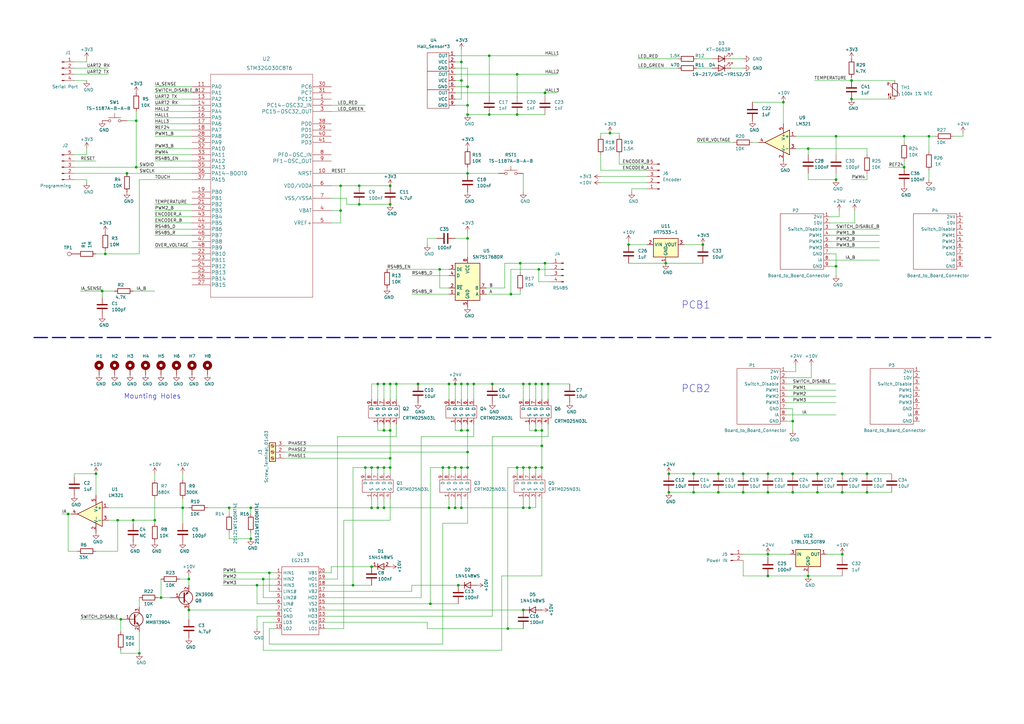
<source format=kicad_sch>
(kicad_sch (version 20211123) (generator eeschema)
  (paper "A3")
  (lib_symbols
    (symbol "1N4148WS_1" (pin_names (offset 1.016) hide)
      (property "Reference" "D" (at 0 2.54 0))
      (property "Value" "1N4148WS_1" (at 0 -2.54 0))
      (symbol "1N4148WS_1_1_1"
        (pin passive line (at -3.81 0 0) (length 2.54) (name "K") (number "1"))
        (pin passive line (at 3.81 0 180) (length 2.54) (name "A") (number "2"))
      )
    )
    (symbol "Amplifier_Operational:LM321" (pin_names (offset 0.127))
      (property "Reference" "U" (at 0 7.62 0))
      (property "Value" "LM321" (at 0 5.08 0))
      (symbol "LM321_1_1"
        (pin input line (at -7.62 2.54 0) (length 2.54) (name "+") (number "1"))
        (pin power_in line (at -2.54 -7.62 90) (length 3.81) (name "V-") (number "2"))
        (pin input line (at -7.62 -2.54 0) (length 2.54) (name "-") (number "3"))
        (pin output line (at 7.62 0 180) (length 2.54) (name "~") (number "4"))
        (pin power_in line (at -2.54 7.62 270) (length 3.81) (name "V+") (number "5"))
      )
    )
    (symbol "Connector:Conn_01x02_Male" (pin_names (offset 1.016) hide)
      (property "Reference" "J" (at 0 2.54 0))
      (property "Value" "Conn_01x02_Male" (at 0 -5.08 0))
      (symbol "Conn_01x02_Male_1_1"
        (pin passive line (at 5.08 0 180) (length 3.81) (name "Pin_1") (number "1"))
        (pin passive line (at 5.08 -2.54 180) (length 3.81) (name "Pin_2") (number "2"))
      )
    )
    (symbol "Connector:Conn_01x04_Male" (pin_names (offset 1.016) hide)
      (property "Reference" "J" (at 0 5.08 0))
      (property "Value" "Conn_01x04_Male" (at 0 -7.62 0))
      (symbol "Conn_01x04_Male_1_1"
        (pin passive line (at 5.08 2.54 180) (length 3.81) (name "Pin_1") (number "1"))
        (pin passive line (at 5.08 0 180) (length 3.81) (name "Pin_2") (number "2"))
        (pin passive line (at 5.08 -2.54 180) (length 3.81) (name "Pin_3") (number "3"))
        (pin passive line (at 5.08 -5.08 180) (length 3.81) (name "Pin_4") (number "4"))
      )
    )
    (symbol "Connector:Conn_01x05_Male" (pin_names (offset 1.016) hide)
      (property "Reference" "J" (at 0 7.62 0))
      (property "Value" "Conn_01x05_Male" (at 0 -7.62 0))
      (symbol "Conn_01x05_Male_1_1"
        (pin passive line (at 5.08 5.08 180) (length 3.81) (name "Pin_1") (number "1"))
        (pin passive line (at 5.08 2.54 180) (length 3.81) (name "Pin_2") (number "2"))
        (pin passive line (at 5.08 0 180) (length 3.81) (name "Pin_3") (number "3"))
        (pin passive line (at 5.08 -2.54 180) (length 3.81) (name "Pin_4") (number "4"))
        (pin passive line (at 5.08 -5.08 180) (length 3.81) (name "Pin_5") (number "5"))
      )
    )
    (symbol "Connector:Screw_Terminal_01x03" (pin_names (offset 1.016) hide)
      (property "Reference" "J" (at 0 5.08 0))
      (property "Value" "Screw_Terminal_01x03" (at 0 -5.08 0))
      (symbol "Screw_Terminal_01x03_1_1"
        (pin passive line (at -5.08 2.54 0) (length 3.81) (name "Pin_1") (number "1"))
        (pin passive line (at -5.08 0 0) (length 3.81) (name "Pin_2") (number "2"))
        (pin passive line (at -5.08 -2.54 0) (length 3.81) (name "Pin_3") (number "3"))
      )
    )
    (symbol "Connector:TestPoint" (pin_numbers hide) (pin_names (offset 0.762) hide)
      (property "Reference" "TP" (at 0 6.858 0))
      (property "Value" "TestPoint" (at 0 5.08 0))
      (symbol "TestPoint_1_1"
        (pin passive line (at 0 0 90) (length 2.54) (name "1") (number "1"))
      )
    )
    (symbol "Device:C" (pin_numbers hide) (pin_names (offset 0.254))
      (property "Reference" "C" (at 0.635 2.54 0))
      (property "Value" "C" (at 0.635 -2.54 0))
      (symbol "C_1_1"
        (pin passive line (at 0 3.81 270) (length 2.794) (name "~") (number "1"))
        (pin passive line (at 0 -3.81 90) (length 2.794) (name "~") (number "2"))
      )
    )
    (symbol "Device:LED" (pin_numbers hide) (pin_names (offset 1.016) hide)
      (property "Reference" "D" (at 0 2.54 0))
      (property "Value" "LED" (at 0 -2.54 0))
      (symbol "LED_1_1"
        (pin passive line (at -3.81 0 0) (length 2.54) (name "K") (number "1"))
        (pin passive line (at 3.81 0 180) (length 2.54) (name "A") (number "2"))
      )
    )
    (symbol "Device:R" (pin_numbers hide) (pin_names (offset 0))
      (property "Reference" "R" (at 2.032 0 90))
      (property "Value" "R" (at 0 0 90))
      (symbol "R_1_1"
        (pin passive line (at 0 3.81 270) (length 1.27) (name "~") (number "1"))
        (pin passive line (at 0 -3.81 90) (length 1.27) (name "~") (number "2"))
      )
    )
    (symbol "Device:Thermistor_NTC" (pin_numbers hide) (pin_names (offset 0))
      (property "Reference" "TH" (at -4.445 0 90))
      (property "Value" "Thermistor_NTC" (at 3.175 0 90))
      (symbol "Thermistor_NTC_1_1"
        (pin passive line (at 0 3.81 270) (length 1.27) (name "~") (number "1"))
        (pin passive line (at 0 -3.81 90) (length 1.27) (name "~") (number "2"))
      )
    )
    (symbol "Diode:1N4148WS" (pin_numbers hide) (pin_names (offset 1.016) hide)
      (property "Reference" "D" (at 0 2.54 0))
      (property "Value" "1N4148WS" (at 0 -2.54 0))
      (symbol "1N4148WS_1_1"
        (pin passive line (at -3.81 0 0) (length 2.54) (name "K") (number "1"))
        (pin passive line (at 3.81 0 180) (length 2.54) (name "A") (number "2"))
      )
    )
    (symbol "Interface_UART:SN75176AD"
      (property "Reference" "U" (at -4.318 8.89 0))
      (property "Value" "SN75176AD" (at 1.016 8.89 0))
      (symbol "SN75176AD_1_1"
        (pin output line (at -7.62 -5.08 0) (length 2.54) (name "R") (number "1"))
        (pin input line (at -7.62 -2.54 0) (length 2.54) (name "~{RE}") (number "2"))
        (pin input line (at -7.62 5.08 0) (length 2.54) (name "DE") (number "3"))
        (pin input line (at -7.62 2.54 0) (length 2.54) (name "D") (number "4"))
        (pin power_in line (at 0 -10.16 90) (length 2.54) (name "GND") (number "5"))
        (pin bidirectional line (at 7.62 -5.08 180) (length 2.54) (name "A") (number "6"))
        (pin bidirectional line (at 7.62 -2.54 180) (length 2.54) (name "B") (number "7"))
        (pin power_in line (at 0 10.16 270) (length 2.54) (name "VCC") (number "8"))
      )
    )
    (symbol "L78L10_SOT89_1" (pin_names (offset 0.254))
      (property "Reference" "U" (at -3.81 3.175 0))
      (property "Value" "L78L10_SOT89_1" (at -0.635 3.175 0))
      (symbol "L78L10_SOT89_1_1_1"
        (pin power_out line (at 7.62 0 180) (length 2.54) (name "OUT") (number "1"))
        (pin power_in line (at 0 -7.62 90) (length 2.54) (name "GND") (number "2"))
        (pin power_in line (at -7.62 0 0) (length 2.54) (name "IN") (number "3"))
      )
    )
    (symbol "Mechanical:MountingHole_Pad" (pin_numbers hide) (pin_names (offset 1.016) hide)
      (property "Reference" "H" (at 0 6.35 0))
      (property "Value" "MountingHole_Pad" (at 0 4.445 0))
      (symbol "MountingHole_Pad_1_1"
        (pin input line (at 0 -2.54 90) (length 2.54) (name "1") (number "1"))
      )
    )
    (symbol "Regulator_Linear:HT75xx-1-SOT89"
      (property "Reference" "U" (at -5.08 -3.81 0))
      (property "Value" "HT75xx-1-SOT89" (at 0 6.35 0))
      (symbol "HT75xx-1-SOT89_1_1"
        (pin power_in line (at 0 -5.08 90) (length 2.54) (name "GND") (number "1"))
        (pin power_in line (at -7.62 2.54 0) (length 2.54) (name "VIN") (number "2"))
        (pin power_out line (at 7.62 2.54 180) (length 2.54) (name "VOUT") (number "3"))
      )
    )
    (symbol "Switch:SW_Push" (pin_numbers hide) (pin_names (offset 1.016) hide)
      (property "Reference" "SW" (at 1.27 2.54 0))
      (property "Value" "SW_Push" (at 0 -1.524 0))
      (symbol "SW_Push_0_1"
        (pin passive line (at -5.08 0 0) (length 2.54) (name "1") (number "1"))
        (pin passive line (at 5.08 0 180) (length 2.54) (name "2") (number "2"))
      )
    )
    (symbol "Transistor_BJT:2N3906" (pin_names (offset 0) hide)
      (property "Reference" "Q?" (at 5.08 1.2701 0))
      (property "Value" "2N3906" (at 5.08 -1.2699 0))
      (symbol "2N3906_1_1"
        (pin input line (at -5.08 0 0) (length 5.715) (name "B") (number "1"))
        (pin passive line (at 2.54 -5.08 90) (length 2.54) (name "E") (number "2"))
        (pin passive line (at 2.54 5.08 270) (length 2.54) (name "C") (number "3"))
      )
    )
    (symbol "Transistor_BJT:MMBT3904" (pin_names (offset 0) hide)
      (property "Reference" "Q" (at 5.08 1.905 0))
      (property "Value" "MMBT3904" (at 5.08 0 0))
      (symbol "MMBT3904_1_1"
        (pin input line (at -5.08 0 0) (length 5.715) (name "B") (number "1"))
        (pin passive line (at 2.54 -5.08 90) (length 2.54) (name "E") (number "2"))
        (pin passive line (at 2.54 5.08 270) (length 2.54) (name "C") (number "3"))
      )
    )
    (symbol "dual_extruder:EG2133"
      (property "Reference" "U" (at 0 13.97 0))
      (property "Value" "EG2133" (at 0 -16.51 0))
      (symbol "EG2133_1_1"
        (pin input line (at -10.16 10.16 0) (length 2.54) (name "HIN1") (number "1"))
        (pin output line (at -10.16 -12.7 0) (length 2.54) (name "LO2") (number "10"))
        (pin output line (at 10.16 -12.7 180) (length 2.54) (name "LO1") (number "11"))
        (pin output line (at 10.16 -10.16 180) (length 2.54) (name "VS3") (number "12"))
        (pin output line (at 10.16 -7.62 180) (length 2.54) (name "HO3") (number "13"))
        (pin passive line (at 10.16 -5.08 180) (length 2.54) (name "VB3") (number "14"))
        (pin output line (at 10.16 -2.54 180) (length 2.54) (name "VS2") (number "15"))
        (pin output line (at 10.16 0 180) (length 2.54) (name "HO2") (number "16"))
        (pin passive line (at 10.16 2.54 180) (length 2.54) (name "VB2") (number "17"))
        (pin output line (at 10.16 5.08 180) (length 2.54) (name "VS1") (number "18"))
        (pin output line (at 10.16 7.62 180) (length 2.54) (name "HO1") (number "19"))
        (pin input line (at -10.16 7.62 0) (length 2.54) (name "HIN2") (number "2"))
        (pin passive line (at 10.16 10.16 180) (length 2.54) (name "VB1") (number "20"))
        (pin input line (at -10.16 5.08 0) (length 2.54) (name "HIN3") (number "3"))
        (pin input line (at -10.16 2.54 0) (length 2.54) (name "LIN1#") (number "4"))
        (pin input line (at -10.16 0 0) (length 2.54) (name "LIN2#") (number "5"))
        (pin input line (at -10.16 -2.54 0) (length 2.54) (name "LIN#") (number "6"))
        (pin power_in line (at -10.16 -5.08 0) (length 2.54) (name "VCC") (number "7"))
        (pin passive line (at -10.16 -7.62 0) (length 2.54) (name "GND") (number "8"))
        (pin output line (at -10.16 -10.16 0) (length 2.54) (name "LO3") (number "9"))
      )
    )
    (symbol "dual_extruder:STM32G030C8T6" (pin_names (offset 0.254))
      (property "Reference" "U" (at 29.21 10.16 0))
      (property "Value" "STM32G030C8T6" (at 29.21 7.62 0))
      (symbol "STM32G030C8T6_1_1"
        (pin bidirectional line (at 57.15 -5.08 180) (length 7.62) (name "PC13") (number "1"))
        (pin bidirectional line (at 57.15 -35.56 180) (length 7.62) (name "NRST") (number "10"))
        (pin bidirectional line (at 0 0 0) (length 7.62) (name "PA0") (number "11"))
        (pin bidirectional line (at 0 -2.54 0) (length 7.62) (name "PA1") (number "12"))
        (pin bidirectional line (at 0 -5.08 0) (length 7.62) (name "PA2") (number "13"))
        (pin bidirectional line (at 0 -7.62 0) (length 7.62) (name "PA3") (number "14"))
        (pin bidirectional line (at 0 -10.16 0) (length 7.62) (name "PA4") (number "15"))
        (pin bidirectional line (at 0 -12.7 0) (length 7.62) (name "PA5") (number "16"))
        (pin bidirectional line (at 0 -15.24 0) (length 7.62) (name "PA6") (number "17"))
        (pin bidirectional line (at 0 -17.78 0) (length 7.62) (name "PA7") (number "18"))
        (pin bidirectional line (at 0 -43.18 0) (length 7.62) (name "PB0") (number "19"))
        (pin bidirectional line (at 57.15 -7.62 180) (length 7.62) (name "PC14-OSC32_IN") (number "2"))
        (pin bidirectional line (at 0 -45.72 0) (length 7.62) (name "PB1") (number "20"))
        (pin bidirectional line (at 0 -48.26 0) (length 7.62) (name "PB2") (number "21"))
        (pin bidirectional line (at 0 -68.58 0) (length 7.62) (name "PB10") (number "22"))
        (pin bidirectional line (at 0 -71.12 0) (length 7.62) (name "PB11") (number "23"))
        (pin bidirectional line (at 0 -73.66 0) (length 7.62) (name "PB12") (number "24"))
        (pin bidirectional line (at 0 -76.2 0) (length 7.62) (name "PB13") (number "25"))
        (pin bidirectional line (at 0 -78.74 0) (length 7.62) (name "PB14") (number "26"))
        (pin bidirectional line (at 0 -81.28 0) (length 7.62) (name "PB15") (number "27"))
        (pin bidirectional line (at 0 -20.32 0) (length 7.62) (name "PA8") (number "28"))
        (pin bidirectional line (at 0 -22.86 0) (length 7.62) (name "PA9") (number "29"))
        (pin bidirectional line (at 57.15 -10.16 180) (length 7.62) (name "PC15-OSC32_OUT") (number "3"))
        (pin bidirectional line (at 57.15 0 180) (length 7.62) (name "PC6") (number "30"))
        (pin bidirectional line (at 57.15 -2.54 180) (length 7.62) (name "PC7") (number "31"))
        (pin bidirectional line (at 0 -25.4 0) (length 7.62) (name "PA10") (number "32"))
        (pin bidirectional line (at 0 -27.94 0) (length 7.62) (name "PA11") (number "33"))
        (pin bidirectional line (at 0 -30.48 0) (length 7.62) (name "PA12") (number "34"))
        (pin bidirectional line (at 0 -33.02 0) (length 7.62) (name "PA13") (number "35"))
        (pin bidirectional line (at 0 -35.56 0) (length 7.62) (name "PA14-BOOT0") (number "36"))
        (pin bidirectional line (at 0 -38.1 0) (length 7.62) (name "PA15") (number "37"))
        (pin bidirectional line (at 57.15 -15.24 180) (length 7.62) (name "PD0") (number "38"))
        (pin bidirectional line (at 57.15 -17.78 180) (length 7.62) (name "PD1") (number "39"))
        (pin power_in line (at 57.15 -50.8 180) (length 7.62) (name "VBAT") (number "4"))
        (pin bidirectional line (at 57.15 -20.32 180) (length 7.62) (name "PD2") (number "40"))
        (pin bidirectional line (at 57.15 -22.86 180) (length 7.62) (name "PD3") (number "41"))
        (pin bidirectional line (at 0 -50.8 0) (length 7.62) (name "PB3") (number "42"))
        (pin bidirectional line (at 0 -53.34 0) (length 7.62) (name "PB4") (number "43"))
        (pin bidirectional line (at 0 -55.88 0) (length 7.62) (name "PB5") (number "44"))
        (pin bidirectional line (at 0 -58.42 0) (length 7.62) (name "PB6") (number "45"))
        (pin bidirectional line (at 0 -60.96 0) (length 7.62) (name "PB7") (number "46"))
        (pin bidirectional line (at 0 -63.5 0) (length 7.62) (name "PB8") (number "47"))
        (pin bidirectional line (at 0 -66.04 0) (length 7.62) (name "PB9") (number "48"))
        (pin power_in line (at 57.15 -55.88 180) (length 7.62) (name "VREF+") (number "5"))
        (pin power_in line (at 57.15 -40.64 180) (length 7.62) (name "VDD/VDDA") (number "6"))
        (pin power_in line (at 57.15 -45.72 180) (length 7.62) (name "VSS/VSSA") (number "7"))
        (pin bidirectional line (at 57.15 -27.94 180) (length 7.62) (name "PF0-OSC_IN") (number "8"))
        (pin bidirectional line (at 57.15 -30.48 180) (length 7.62) (name "PF1-OSC_OUT") (number "9"))
      )
    )
    (symbol "power:+10V" (power) (pin_names (offset 0))
      (property "Value" "+10V" (at 0 3.556 0))
      (symbol "+10V_1_1"
        (pin power_in line (at 0 0 90) (length 0) hide (name "+10V") (number "1"))
      )
    )
    (symbol "power:+24V" (power) (pin_names (offset 0))
      (property "Value" "+24V" (at 0 3.556 0))
      (symbol "+24V_1_1"
        (pin power_in line (at 0 0 90) (length 0) hide (name "+24V") (number "1"))
      )
    )
    (symbol "power:+3.3V" (power) (pin_names (offset 0))
      (property "Value" "+3.3V" (at 0 3.556 0))
      (symbol "+3.3V_1_1"
        (pin power_in line (at 0 0 90) (length 0) hide (name "+3V3") (number "1"))
      )
    )
    (symbol "power:GND" (power) (pin_names (offset 0))
      (property "Value" "GND" (at 0 -3.81 0))
      (symbol "GND_1_1"
        (pin power_in line (at 0 0 270) (length 0) hide (name "GND") (number "1"))
      )
    )
    (symbol "servo_motor:Board_to_Board_Connector"
      (property "Reference" "P?" (at 0 8.89 0))
      (property "Value" "Board_to_Board_Connector" (at 0 -16.51 0))
      (symbol "Board_to_Board_Connector_1_1"
        (pin passive line (at 2.54 6.35 180) (length 2.54) (name "24V") (number "1"))
        (pin passive line (at 2.54 3.81 180) (length 2.54) (name "10V") (number "2"))
        (pin passive line (at 2.54 1.27 180) (length 2.54) (name "Switch_Disable") (number "3"))
        (pin passive line (at 2.54 -1.27 180) (length 2.54) (name "PWM1") (number "4"))
        (pin passive line (at 2.54 -3.81 180) (length 2.54) (name "PWM2") (number "5"))
        (pin passive line (at 2.54 -6.35 180) (length 2.54) (name "PWM3") (number "6"))
        (pin passive line (at 2.54 -8.89 180) (length 2.54) (name "GND") (number "7"))
        (pin passive line (at 2.54 -11.43 180) (length 2.54) (name "IA") (number "8"))
        (pin passive line (at 2.54 -13.97 180) (length 2.54) (name "GND") (number "9"))
      )
    )
    (symbol "servo_motor:CRTM025N03L"
      (property "Reference" "Q" (at 0 7.62 0))
      (property "Value" "CRTM025N03L" (at 0 -7.62 0))
      (symbol "CRTM025N03L_1_1"
        (pin passive line (at -5.08 2.54 0) (length 2.54) (name "S") (number "1"))
        (pin passive line (at -5.08 0 0) (length 2.54) (name "S") (number "2"))
        (pin passive line (at -5.08 -2.54 0) (length 2.54) (name "S") (number "3"))
        (pin passive line (at -5.08 -5.08 0) (length 2.54) (name "G") (number "4"))
        (pin passive line (at 5.08 -5.08 180) (length 2.54) (name "D") (number "5"))
        (pin passive line (at 5.08 -2.54 180) (length 2.54) (name "D") (number "6"))
        (pin passive line (at 5.08 0 180) (length 2.54) (name "D") (number "7"))
        (pin passive line (at 5.08 2.54 180) (length 2.54) (name "D") (number "8"))
        (pin passive line (at 5.08 5.08 180) (length 2.54) (name "D") (number "9"))
      )
    )
    (symbol "servo_motor:Hall_Sensor*3"
      (property "Reference" "U" (at 0 15.24 0))
      (property "Value" "Hall_Sensor*3" (at 0 -12.7 0))
      (symbol "Hall_Sensor*3_1_1"
        (pin passive line (at 2.54 11.43 180) (length 2.54) (name "OUT") (number "1"))
        (pin passive line (at 2.54 8.89 180) (length 2.54) (name "VCC") (number "2"))
        (pin passive line (at 2.54 6.35 180) (length 2.54) (name "GND") (number "3"))
        (pin passive line (at 2.54 3.81 180) (length 2.54) (name "OUT") (number "4"))
        (pin passive line (at 2.54 1.27 180) (length 2.54) (name "VCC") (number "5"))
        (pin passive line (at 2.54 -1.27 180) (length 2.54) (name "GND") (number "6"))
        (pin passive line (at 2.54 -3.81 180) (length 2.54) (name "OUT") (number "7"))
        (pin passive line (at 2.54 -6.35 180) (length 2.54) (name "VCC") (number "8"))
        (pin passive line (at 2.54 -8.89 180) (length 2.54) (name "GND") (number "9"))
      )
    )
  )
  (junction (at 214.63 250.19))
  (junction (at 160.02 191.77))
  (junction (at 294.64 194.31))
  (junction (at 212.09 191.77))
  (junction (at 191.77 71.12))
  (junction (at 284.48 194.31))
  (junction (at 189.23 176.53))
  (junction (at 154.94 191.77))
  (junction (at 212.09 46.99))
  (junction (at 189.23 33.02))
  (junction (at 55.88 68.58))
  (junction (at 331.47 236.22))
  (junction (at 189.23 208.28))
  (junction (at 55.88 49.53))
  (junction (at 220.98 110.49))
  (junction (at 102.87 208.28))
  (junction (at 250.19 54.61))
  (junction (at 160.02 187.96))
  (junction (at 288.29 100.33))
  (junction (at 345.44 201.93))
  (junction (at 209.55 120.65))
  (junction (at 304.8 201.93))
  (junction (at 201.93 157.48))
  (junction (at 147.32 76.2))
  (junction (at 222.25 191.77))
  (junction (at 180.34 110.49))
  (junction (at 139.7 86.36))
  (junction (at 222.25 157.48))
  (junction (at 191.77 46.99))
  (junction (at 191.77 43.18))
  (junction (at 224.79 157.48))
  (junction (at 52.07 71.12))
  (junction (at 222.25 182.88))
  (junction (at 49.53 254))
  (junction (at 162.56 157.48))
  (junction (at 214.63 157.48))
  (junction (at 370.84 55.88))
  (junction (at 102.87 220.98))
  (junction (at 152.4 232.41))
  (junction (at 217.17 191.77))
  (junction (at 191.77 157.48))
  (junction (at 314.96 236.22))
  (junction (at 284.48 201.93))
  (junction (at 54.61 213.36))
  (junction (at 157.48 208.28))
  (junction (at 181.61 191.77))
  (junction (at 157.48 157.48))
  (junction (at 191.77 185.42))
  (junction (at 342.9 73.66))
  (junction (at 105.41 240.03))
  (junction (at 139.7 76.2))
  (junction (at 213.36 107.95))
  (junction (at 43.18 104.14))
  (junction (at 160.02 76.2))
  (junction (at 321.31 41.91))
  (junction (at 152.4 191.77))
  (junction (at 349.25 40.64))
  (junction (at 184.15 208.28))
  (junction (at 189.23 191.77))
  (junction (at 325.12 172.72))
  (junction (at 200.66 22.86))
  (junction (at 200.66 46.99))
  (junction (at 194.31 157.48))
  (junction (at 222.25 176.53))
  (junction (at 77.47 237.49))
  (junction (at 219.71 157.48))
  (junction (at 314.96 227.33))
  (junction (at 184.15 191.77))
  (junction (at 274.32 201.93))
  (junction (at 189.23 157.48))
  (junction (at 39.37 194.31))
  (junction (at 223.52 38.1))
  (junction (at 77.47 250.19))
  (junction (at 41.91 119.38))
  (junction (at 314.96 201.93))
  (junction (at 191.77 35.56))
  (junction (at 144.78 240.03))
  (junction (at 160.02 83.82))
  (junction (at 223.52 107.95))
  (junction (at 342.9 55.88))
  (junction (at 160.02 157.48))
  (junction (at 152.4 208.28))
  (junction (at 187.96 240.03))
  (junction (at 331.47 60.96))
  (junction (at 212.09 30.48))
  (junction (at 314.96 194.31))
  (junction (at 189.23 25.4))
  (junction (at 154.94 157.48))
  (junction (at 63.5 213.36))
  (junction (at 304.8 194.31))
  (junction (at 149.86 191.77))
  (junction (at 355.6 201.93))
  (junction (at 186.69 208.28))
  (junction (at 57.15 267.97))
  (junction (at 355.6 194.31))
  (junction (at 184.15 157.48))
  (junction (at 214.63 191.77))
  (junction (at 294.64 201.93))
  (junction (at 381 55.88))
  (junction (at 157.48 176.53))
  (junction (at 160.02 176.53))
  (junction (at 349.25 33.02))
  (junction (at 110.49 234.95))
  (junction (at 217.17 157.48))
  (junction (at 191.77 176.53))
  (junction (at 147.32 83.82))
  (junction (at 191.77 191.77))
  (junction (at 157.48 191.77))
  (junction (at 219.71 191.77))
  (junction (at 208.28 257.81))
  (junction (at 154.94 208.28))
  (junction (at 186.69 157.48))
  (junction (at 345.44 227.33))
  (junction (at 370.84 68.58))
  (junction (at 191.77 97.79))
  (junction (at 345.44 194.31))
  (junction (at 219.71 176.53))
  (junction (at 273.05 107.95))
  (junction (at 335.28 194.31))
  (junction (at 66.04 245.11))
  (junction (at 325.12 194.31))
  (junction (at 186.69 191.77))
  (junction (at 342.9 109.22))
  (junction (at 217.17 208.28))
  (junction (at 274.32 194.31))
  (junction (at 176.53 247.65))
  (junction (at 335.28 201.93))
  (junction (at 48.26 213.36))
  (junction (at 214.63 208.28))
  (junction (at 257.81 100.33))
  (junction (at 74.93 208.28))
  (junction (at 27.94 210.82))
  (junction (at 171.45 157.48))
  (junction (at 325.12 201.93))
  (junction (at 93.98 208.28))
  (junction (at 107.95 237.49))
  (wire (pts (xy 340.36 88.9) (xy 344.17 88.9)))
  (wire (pts (xy 304.8 201.93) (xy 314.96 201.93)))
  (wire (pts (xy 213.36 119.38) (xy 213.36 120.65)))
  (wire (pts (xy 394.97 55.88) (xy 391.16 55.88)))
  (wire (pts (xy 154.94 157.48) (xy 154.94 163.83)))
  (wire (pts (xy 200.66 22.86) (xy 200.66 39.37)))
  (wire (pts (xy 158.75 110.49) (xy 180.34 110.49)))
  (wire (pts (xy 331.47 60.96) (xy 355.6 60.96)))
  (wire (pts (xy 285.75 58.42) (xy 300.99 58.42)))
  (wire (pts (xy 299.72 24.13) (xy 304.8 24.13)))
  (wire (pts (xy 30.48 68.58) (xy 55.88 68.58)))
  (wire (pts (xy 325.12 194.31) (xy 335.28 194.31)))
  (wire (pts (xy 349.25 73.66) (xy 355.6 73.66)))
  (wire (pts (xy 160.02 176.53) (xy 160.02 187.96)))
  (wire (pts (xy 186.69 40.64) (xy 189.23 40.64)))
  (wire (pts (xy 186.69 204.47) (xy 186.69 208.28)))
  (wire (pts (xy 191.77 157.48) (xy 194.31 157.48)))
  (wire (pts (xy 160.02 157.48) (xy 162.56 157.48)))
  (wire (pts (xy 314.96 194.31) (xy 325.12 194.31)))
  (wire (pts (xy 135.89 43.18) (xy 149.86 43.18)))
  (wire (pts (xy 74.93 204.47) (xy 74.93 208.28)))
  (wire (pts (xy 217.17 208.28) (xy 219.71 208.28)))
  (wire (pts (xy 154.94 204.47) (xy 154.94 208.28)))
  (wire (pts (xy 259.08 77.47) (xy 259.08 78.74)))
  (wire (pts (xy 175.26 97.79) (xy 175.26 100.33)))
  (wire (pts (xy 186.69 191.77) (xy 189.23 191.77)))
  (wire (pts (xy 294.64 194.31) (xy 304.8 194.31)))
  (wire (pts (xy 191.77 71.12) (xy 204.47 71.12)))
  (wire (pts (xy 107.95 266.7) (xy 107.95 255.27)))
  (wire (pts (xy 342.9 73.66) (xy 342.9 71.12)))
  (wire (pts (xy 33.02 254) (xy 49.53 254)))
  (wire (pts (xy 133.35 242.57) (xy 168.91 242.57)))
  (wire (pts (xy 74.93 208.28) (xy 74.93 214.63)))
  (wire (pts (xy 205.74 266.7) (xy 107.95 266.7)))
  (wire (pts (xy 189.23 20.32) (xy 189.23 25.4)))
  (wire (pts (xy 138.43 237.49) (xy 133.35 237.49)))
  (wire (pts (xy 222.25 157.48) (xy 224.79 157.48)))
  (wire (pts (xy 194.31 157.48) (xy 201.93 157.48)))
  (wire (pts (xy 345.44 201.93) (xy 355.6 201.93)))
  (wire (pts (xy 199.39 120.65) (xy 209.55 120.65)))
  (wire (pts (xy 30.48 30.48) (xy 44.45 30.48)))
  (wire (pts (xy 107.95 255.27) (xy 113.03 255.27)))
  (wire (pts (xy 52.07 71.12) (xy 78.74 71.12)))
  (wire (pts (xy 254 63.5) (xy 254 67.31)))
  (wire (pts (xy 30.48 63.5) (xy 35.56 63.5)))
  (wire (pts (xy 63.5 48.26) (xy 78.74 48.26)))
  (wire (pts (xy 322.58 160.02) (xy 342.9 160.02)))
  (wire (pts (xy 314.96 227.33) (xy 314.96 228.6)))
  (wire (pts (xy 246.38 54.61) (xy 250.19 54.61)))
  (wire (pts (xy 54.61 213.36) (xy 48.26 213.36)))
  (wire (pts (xy 93.98 208.28) (xy 102.87 208.28)))
  (wire (pts (xy 140.97 213.36) (xy 160.02 213.36)))
  (wire (pts (xy 189.23 173.99) (xy 189.23 176.53)))
  (wire (pts (xy 91.44 237.49) (xy 107.95 237.49)))
  (wire (pts (xy 91.44 240.03) (xy 105.41 240.03)))
  (wire (pts (xy 191.77 46.99) (xy 200.66 46.99)))
  (wire (pts (xy 63.5 43.18) (xy 78.74 43.18)))
  (wire (pts (xy 350.52 91.44) (xy 350.52 86.36)))
  (wire (pts (xy 199.39 118.11) (xy 207.01 118.11)))
  (wire (pts (xy 184.15 204.47) (xy 184.15 208.28)))
  (wire (pts (xy 214.63 157.48) (xy 214.63 163.83)))
  (wire (pts (xy 63.5 101.6) (xy 78.74 101.6)))
  (wire (pts (xy 184.15 157.48) (xy 184.15 163.83)))
  (wire (pts (xy 30.48 195.58) (xy 30.48 194.31)))
  (wire (pts (xy 294.64 201.93) (xy 304.8 201.93)))
  (wire (pts (xy 189.23 40.64) (xy 189.23 33.02)))
  (wire (pts (xy 181.61 194.31) (xy 181.61 191.77)))
  (wire (pts (xy 331.47 60.96) (xy 331.47 63.5)))
  (wire (pts (xy 342.9 104.14) (xy 342.9 109.22)))
  (wire (pts (xy 322.58 165.1) (xy 342.9 165.1)))
  (wire (pts (xy 189.23 208.28) (xy 214.63 208.28)))
  (wire (pts (xy 168.91 240.03) (xy 187.96 240.03)))
  (wire (pts (xy 246.38 69.85) (xy 265.43 69.85)))
  (wire (pts (xy 186.69 157.48) (xy 189.23 157.48)))
  (wire (pts (xy 381 69.85) (xy 381 73.66)))
  (wire (pts (xy 184.15 110.49) (xy 180.34 110.49)))
  (wire (pts (xy 116.84 182.88) (xy 222.25 182.88)))
  (wire (pts (xy 325.12 172.72) (xy 322.58 172.72)))
  (wire (pts (xy 285.75 24.13) (xy 292.1 24.13)))
  (wire (pts (xy 331.47 236.22) (xy 345.44 236.22)))
  (wire (pts (xy 191.77 35.56) (xy 191.77 43.18)))
  (wire (pts (xy 349.25 33.02) (xy 367.03 33.02)))
  (wire (pts (xy 133.35 255.27) (xy 175.26 255.27)))
  (wire (pts (xy 381 55.88) (xy 381 62.23)))
  (wire (pts (xy 54.61 213.36) (xy 54.61 214.63)))
  (wire (pts (xy 171.45 157.48) (xy 184.15 157.48)))
  (wire (pts (xy 299.72 27.94) (xy 304.8 27.94)))
  (wire (pts (xy 162.56 179.07) (xy 162.56 173.99)))
  (wire (pts (xy 152.4 191.77) (xy 152.4 194.31)))
  (wire (pts (xy 152.4 157.48) (xy 154.94 157.48)))
  (wire (pts (xy 335.28 194.31) (xy 345.44 194.31)))
  (wire (pts (xy 93.98 208.28) (xy 93.98 210.82)))
  (wire (pts (xy 135.89 71.12) (xy 191.77 71.12)))
  (wire (pts (xy 254 54.61) (xy 254 55.88)))
  (wire (pts (xy 133.35 257.81) (xy 140.97 257.81)))
  (wire (pts (xy 66.04 245.11) (xy 69.85 245.11)))
  (wire (pts (xy 213.36 107.95) (xy 213.36 111.76)))
  (wire (pts (xy 186.69 38.1) (xy 223.52 38.1)))
  (wire (pts (xy 63.5 40.64) (xy 78.74 40.64)))
  (wire (pts (xy 186.69 35.56) (xy 191.77 35.56)))
  (wire (pts (xy 154.94 191.77) (xy 154.94 194.31)))
  (wire (pts (xy 168.91 120.65) (xy 184.15 120.65)))
  (wire (pts (xy 220.98 110.49) (xy 226.06 110.49)))
  (wire (pts (xy 63.5 204.47) (xy 63.5 213.36)))
  (wire (pts (xy 194.31 179.07) (xy 194.31 173.99)))
  (wire (pts (xy 160.02 213.36) (xy 160.02 204.47)))
  (wire (pts (xy 331.47 71.12) (xy 331.47 73.66)))
  (wire (pts (xy 184.15 157.48) (xy 186.69 157.48)))
  (wire (pts (xy 160.02 191.77) (xy 160.02 194.31)))
  (wire (pts (xy 66.04 237.49) (xy 66.04 245.11)))
  (wire (pts (xy 191.77 97.79) (xy 191.77 105.41)))
  (wire (pts (xy 186.69 173.99) (xy 186.69 176.53)))
  (wire (pts (xy 63.5 88.9) (xy 78.74 88.9)))
  (wire (pts (xy 212.09 30.48) (xy 228.6 30.48)))
  (wire (pts (xy 135.89 86.36) (xy 139.7 86.36)))
  (wire (pts (xy 340.36 96.52) (xy 360.68 96.52)))
  (wire (pts (xy 172.72 179.07) (xy 172.72 245.11)))
  (wire (pts (xy 30.48 25.4) (xy 35.56 25.4)))
  (wire (pts (xy 189.23 33.02) (xy 189.23 25.4)))
  (wire (pts (xy 209.55 110.49) (xy 220.98 110.49)))
  (wire (pts (xy 168.91 242.57) (xy 168.91 240.03)))
  (wire (pts (xy 214.63 157.48) (xy 217.17 157.48)))
  (wire (pts (xy 41.91 119.38) (xy 41.91 121.92)))
  (wire (pts (xy 223.52 38.1) (xy 228.6 38.1)))
  (wire (pts (xy 349.25 40.64) (xy 367.03 40.64)))
  (wire (pts (xy 30.48 33.02) (xy 35.56 33.02)))
  (wire (pts (xy 157.48 157.48) (xy 160.02 157.48)))
  (wire (pts (xy 340.36 91.44) (xy 350.52 91.44)))
  (wire (pts (xy 274.32 194.31) (xy 284.48 194.31)))
  (wire (pts (xy 189.23 191.77) (xy 191.77 191.77)))
  (wire (pts (xy 110.49 264.16) (xy 181.61 264.16)))
  (wire (pts (xy 91.44 234.95) (xy 110.49 234.95)))
  (wire (pts (xy 224.79 157.48) (xy 224.79 163.83)))
  (wire (pts (xy 162.56 157.48) (xy 171.45 157.48)))
  (wire (pts (xy 257.81 99.06) (xy 257.81 100.33)))
  (wire (pts (xy 144.78 240.03) (xy 152.4 240.03)))
  (wire (pts (xy 217.17 157.48) (xy 217.17 163.83)))
  (wire (pts (xy 63.5 96.52) (xy 78.74 96.52)))
  (wire (pts (xy 133.35 240.03) (xy 144.78 240.03)))
  (wire (pts (xy 180.34 118.11) (xy 184.15 118.11)))
  (wire (pts (xy 39.37 104.14) (xy 43.18 104.14)))
  (wire (pts (xy 189.23 157.48) (xy 189.23 163.83)))
  (wire (pts (xy 201.93 179.07) (xy 224.79 179.07)))
  (wire (pts (xy 191.77 95.25) (xy 191.77 97.79)))
  (wire (pts (xy 335.28 201.93) (xy 345.44 201.93)))
  (wire (pts (xy 160.02 163.83) (xy 160.02 157.48)))
  (wire (pts (xy 144.78 191.77) (xy 144.78 240.03)))
  (wire (pts (xy 63.5 66.04) (xy 78.74 66.04)))
  (wire (pts (xy 55.88 49.53) (xy 55.88 68.58)))
  (wire (pts (xy 63.5 55.88) (xy 78.74 55.88)))
  (wire (pts (xy 326.39 55.88) (xy 342.9 55.88)))
  (wire (pts (xy 77.47 250.19) (xy 113.03 250.19)))
  (wire (pts (xy 74.93 208.28) (xy 77.47 208.28)))
  (wire (pts (xy 77.47 236.22) (xy 77.47 237.49)))
  (wire (pts (xy 191.77 68.58) (xy 191.77 71.12)))
  (wire (pts (xy 191.77 27.94) (xy 191.77 35.56)))
  (wire (pts (xy 323.85 227.33) (xy 314.96 227.33)))
  (wire (pts (xy 209.55 120.65) (xy 209.55 110.49)))
  (wire (pts (xy 257.81 100.33) (xy 265.43 100.33)))
  (wire (pts (xy 63.5 91.44) (xy 78.74 91.44)))
  (wire (pts (xy 222.25 191.77) (xy 222.25 194.31)))
  (wire (pts (xy 349.25 31.75) (xy 349.25 33.02)))
  (wire (pts (xy 342.9 63.5) (xy 342.9 55.88)))
  (wire (pts (xy 191.77 185.42) (xy 191.77 191.77)))
  (wire (pts (xy 325.12 167.64) (xy 325.12 172.72)))
  (wire (pts (xy 342.9 109.22) (xy 342.9 113.03)))
  (wire (pts (xy 304.8 194.31) (xy 314.96 194.31)))
  (wire (pts (xy 35.56 73.66) (xy 35.56 74.93)))
  (wire (pts (xy 27.94 226.06) (xy 27.94 210.82)))
  (wire (pts (xy 157.48 157.48) (xy 157.48 163.83)))
  (wire (pts (xy 304.8 227.33) (xy 314.96 227.33)))
  (wire (pts (xy 207.01 107.95) (xy 213.36 107.95)))
  (wire (pts (xy 186.69 33.02) (xy 189.23 33.02)))
  (wire (pts (xy 322.58 154.94) (xy 332.74 154.94)))
  (wire (pts (xy 152.4 208.28) (xy 154.94 208.28)))
  (wire (pts (xy 214.63 208.28) (xy 217.17 208.28)))
  (wire (pts (xy 246.38 72.39) (xy 265.43 72.39)))
  (wire (pts (xy 381 55.88) (xy 383.54 55.88)))
  (wire (pts (xy 142.24 83.82) (xy 147.32 83.82)))
  (wire (pts (xy 44.45 208.28) (xy 74.93 208.28)))
  (wire (pts (xy 107.95 245.11) (xy 107.95 237.49)))
  (wire (pts (xy 186.69 97.79) (xy 191.77 97.79)))
  (wire (pts (xy 194.31 157.48) (xy 194.31 163.83)))
  (wire (pts (xy 217.17 176.53) (xy 219.71 176.53)))
  (wire (pts (xy 57.15 259.08) (xy 57.15 267.97)))
  (wire (pts (xy 191.77 157.48) (xy 191.77 163.83)))
  (wire (pts (xy 138.43 237.49) (xy 138.43 179.07)))
  (wire (pts (xy 322.58 152.4) (xy 326.39 152.4)))
  (wire (pts (xy 186.69 208.28) (xy 189.23 208.28)))
  (wire (pts (xy 250.19 54.61) (xy 254 54.61)))
  (wire (pts (xy 107.95 237.49) (xy 113.03 237.49)))
  (wire (pts (xy 152.4 191.77) (xy 154.94 191.77)))
  (wire (pts (xy 217.17 173.99) (xy 217.17 176.53)))
  (wire (pts (xy 135.89 81.28) (xy 142.24 81.28)))
  (wire (pts (xy 116.84 187.96) (xy 160.02 187.96)))
  (wire (pts (xy 226.06 113.03) (xy 223.52 113.03)))
  (wire (pts (xy 63.5 93.98) (xy 78.74 93.98)))
  (wire (pts (xy 30.48 66.04) (xy 39.37 66.04)))
  (wire (pts (xy 186.69 191.77) (xy 186.69 194.31)))
  (wire (pts (xy 326.39 60.96) (xy 331.47 60.96)))
  (wire (pts (xy 191.77 176.53) (xy 191.77 173.99)))
  (wire (pts (xy 57.15 245.11) (xy 57.15 248.92)))
  (wire (pts (xy 345.44 194.31) (xy 355.6 194.31)))
  (wire (pts (xy 340.36 106.68) (xy 360.68 106.68)))
  (wire (pts (xy 186.69 22.86) (xy 200.66 22.86)))
  (wire (pts (xy 345.44 227.33) (xy 345.44 228.6)))
  (wire (pts (xy 135.89 45.72) (xy 149.86 45.72)))
  (wire (pts (xy 139.7 76.2) (xy 147.32 76.2)))
  (wire (pts (xy 46.99 119.38) (xy 41.91 119.38)))
  (wire (pts (xy 55.88 68.58) (xy 78.74 68.58)))
  (wire (pts (xy 54.61 119.38) (xy 63.5 119.38)))
  (wire (pts (xy 31.75 226.06) (xy 27.94 226.06)))
  (wire (pts (xy 222.25 182.88) (xy 222.25 176.53)))
  (wire (pts (xy 63.5 213.36) (xy 63.5 214.63)))
  (wire (pts (xy 160.02 173.99) (xy 160.02 176.53)))
  (wire (pts (xy 181.61 191.77) (xy 184.15 191.77)))
  (wire (pts (xy 322.58 170.18) (xy 342.9 170.18)))
  (wire (pts (xy 63.5 86.36) (xy 78.74 86.36)))
  (wire (pts (xy 181.61 214.63) (xy 191.77 214.63)))
  (wire (pts (xy 77.47 237.49) (xy 77.47 240.03)))
  (wire (pts (xy 322.58 162.56) (xy 342.9 162.56)))
  (wire (pts (xy 154.94 191.77) (xy 157.48 191.77)))
  (wire (pts (xy 154.94 157.48) (xy 157.48 157.48)))
  (wire (pts (xy 181.61 264.16) (xy 181.61 214.63)))
  (wire (pts (xy 214.63 71.12) (xy 214.63 78.74)))
  (wire (pts (xy 219.71 191.77) (xy 219.71 194.31)))
  (wire (pts (xy 57.15 267.97) (xy 49.53 267.97)))
  (wire (pts (xy 186.69 43.18) (xy 191.77 43.18)))
  (wire (pts (xy 222.25 163.83) (xy 222.25 157.48)))
  (wire (pts (xy 342.9 109.22) (xy 340.36 109.22)))
  (wire (pts (xy 30.48 71.12) (xy 52.07 71.12)))
  (wire (pts (xy 219.71 157.48) (xy 222.25 157.48)))
  (wire (pts (xy 222.25 182.88) (xy 222.25 191.77)))
  (wire (pts (xy 154.94 208.28) (xy 157.48 208.28)))
  (wire (pts (xy 189.23 176.53) (xy 191.77 176.53)))
  (wire (pts (xy 63.5 63.5) (xy 78.74 63.5)))
  (wire (pts (xy 157.48 204.47) (xy 157.48 208.28)))
  (wire (pts (xy 105.41 252.73) (xy 105.41 257.81)))
  (wire (pts (xy 222.25 204.47) (xy 222.25 236.22)))
  (wire (pts (xy 213.36 107.95) (xy 223.52 107.95)))
  (wire (pts (xy 176.53 247.65) (xy 176.53 191.77)))
  (wire (pts (xy 273.05 107.95) (xy 288.29 107.95)))
  (wire (pts (xy 102.87 220.98) (xy 102.87 218.44)))
  (wire (pts (xy 186.69 30.48) (xy 212.09 30.48)))
  (wire (pts (xy 184.15 208.28) (xy 186.69 208.28)))
  (wire (pts (xy 157.48 208.28) (xy 184.15 208.28)))
  (wire (pts (xy 102.87 208.28) (xy 102.87 210.82)))
  (wire (pts (xy 209.55 120.65) (xy 213.36 120.65)))
  (wire (pts (xy 340.36 93.98) (xy 360.68 93.98)))
  (wire (pts (xy 63.5 38.1) (xy 78.74 38.1)))
  (wire (pts (xy 39.37 194.31) (xy 39.37 203.2)))
  (wire (pts (xy 217.17 191.77) (xy 219.71 191.77)))
  (wire (pts (xy 133.35 247.65) (xy 176.53 247.65)))
  (wire (pts (xy 179.07 97.79) (xy 175.26 97.79)))
  (wire (pts (xy 135.89 76.2) (xy 139.7 76.2)))
  (wire (pts (xy 105.41 247.65) (xy 105.41 240.03)))
  (wire (pts (xy 314.96 201.93) (xy 325.12 201.93)))
  (wire (pts (xy 334.01 33.02) (xy 349.25 33.02)))
  (wire (pts (xy 212.09 46.99) (xy 223.52 46.99)))
  (wire (pts (xy 322.58 157.48) (xy 342.9 157.48)))
  (wire (pts (xy 355.6 60.96) (xy 355.6 63.5)))
  (wire (pts (xy 105.41 240.03) (xy 113.03 240.03)))
  (wire (pts (xy 207.01 118.11) (xy 207.01 107.95)))
  (wire (pts (xy 340.36 104.14) (xy 342.9 104.14)))
  (wire (pts (xy 331.47 73.66) (xy 342.9 73.66)))
  (wire (pts (xy 43.18 104.14) (xy 57.15 104.14)))
  (wire (pts (xy 152.4 163.83) (xy 152.4 157.48)))
  (wire (pts (xy 201.93 157.48) (xy 214.63 157.48)))
  (wire (pts (xy 30.48 194.31) (xy 39.37 194.31)))
  (wire (pts (xy 160.02 83.82) (xy 147.32 83.82)))
  (wire (pts (xy 63.5 83.82) (xy 78.74 83.82)))
  (wire (pts (xy 43.18 102.87) (xy 43.18 104.14)))
  (wire (pts (xy 214.63 204.47) (xy 214.63 208.28)))
  (wire (pts (xy 224.79 179.07) (xy 224.79 173.99)))
  (wire (pts (xy 339.09 227.33) (xy 345.44 227.33)))
  (wire (pts (xy 186.69 27.94) (xy 191.77 27.94)))
  (wire (pts (xy 189.23 191.77) (xy 189.23 194.31)))
  (wire (pts (xy 189.23 157.48) (xy 191.77 157.48)))
  (wire (pts (xy 35.56 63.5) (xy 35.56 60.96)))
  (wire (pts (xy 214.63 191.77) (xy 217.17 191.77)))
  (wire (pts (xy 140.97 257.81) (xy 140.97 213.36)))
  (wire (pts (xy 200.66 46.99) (xy 212.09 46.99)))
  (wire (pts (xy 110.49 234.95) (xy 113.03 234.95)))
  (wire (pts (xy 219.71 208.28) (xy 219.71 204.47)))
  (wire (pts (xy 176.53 247.65) (xy 187.96 247.65)))
  (wire (pts (xy 25.4 210.82) (xy 27.94 210.82)))
  (wire (pts (xy 180.34 110.49) (xy 180.34 118.11)))
  (wire (pts (xy 147.32 76.2) (xy 160.02 76.2)))
  (wire (pts (xy 110.49 264.16) (xy 110.49 257.81)))
  (wire (pts (xy 332.74 154.94) (xy 332.74 149.86)))
  (wire (pts (xy 30.48 27.94) (xy 44.45 27.94)))
  (wire (pts (xy 63.5 45.72) (xy 78.74 45.72)))
  (wire (pts (xy 191.77 43.18) (xy 191.77 46.99)))
  (wire (pts (xy 201.93 252.73) (xy 133.35 252.73)))
  (wire (pts (xy 73.66 237.49) (xy 77.47 237.49)))
  (wire (pts (xy 55.88 45.72) (xy 55.88 49.53)))
  (wire (pts (xy 113.03 245.11) (xy 107.95 245.11)))
  (wire (pts (xy 48.26 213.36) (xy 48.26 226.06)))
  (wire (pts (xy 162.56 157.48) (xy 162.56 163.83)))
  (wire (pts (xy 63.5 50.8) (xy 78.74 50.8)))
  (wire (pts (xy 308.61 58.42) (xy 311.15 58.42)))
  (wire (pts (xy 308.61 41.91) (xy 321.31 41.91)))
  (wire (pts (xy 154.94 176.53) (xy 157.48 176.53)))
  (wire (pts (xy 138.43 179.07) (xy 162.56 179.07)))
  (wire (pts (xy 254 67.31) (xy 265.43 67.31)))
  (wire (pts (xy 265.43 77.47) (xy 259.08 77.47)))
  (wire (pts (xy 63.5 60.96) (xy 78.74 60.96)))
  (wire (pts (xy 217.17 157.48) (xy 219.71 157.48)))
  (wire (pts (xy 93.98 220.98) (xy 102.87 220.98)))
  (wire (pts (xy 57.15 73.66) (xy 57.15 104.14)))
  (wire (pts (xy 113.03 252.73) (xy 105.41 252.73)))
  (wire (pts (xy 208.28 257.81) (xy 175.26 257.81)))
  (wire (pts (xy 208.28 191.77) (xy 212.09 191.77)))
  (wire (pts (xy 49.53 267.97) (xy 49.53 266.7)))
  (wire (pts (xy 201.93 179.07) (xy 201.93 252.73)))
  (wire (pts (xy 342.9 55.88) (xy 370.84 55.88)))
  (wire (pts (xy 139.7 91.44) (xy 135.89 91.44)))
  (wire (pts (xy 284.48 201.93) (xy 294.64 201.93)))
  (wire (pts (xy 214.63 191.77) (xy 214.63 194.31)))
  (wire (pts (xy 217.17 204.47) (xy 217.17 208.28)))
  (wire (pts (xy 304.8 229.87) (xy 304.8 236.22)))
  (wire (pts (xy 184.15 191.77) (xy 186.69 191.77)))
  (wire (pts (xy 355.6 71.12) (xy 355.6 73.66)))
  (wire (pts (xy 394.97 54.61) (xy 394.97 55.88)))
  (wire (pts (xy 222.25 176.53) (xy 222.25 173.99)))
  (wire (pts (xy 223.52 113.03) (xy 223.52 107.95)))
  (wire (pts (xy 63.5 53.34) (xy 78.74 53.34)))
  (wire (pts (xy 246.38 63.5) (xy 246.38 69.85)))
  (wire (pts (xy 304.8 236.22) (xy 314.96 236.22)))
  (wire (pts (xy 274.32 201.93) (xy 284.48 201.93)))
  (wire (pts (xy 57.15 73.66) (xy 78.74 73.66)))
  (wire (pts (xy 340.36 101.6) (xy 360.68 101.6)))
  (wire (pts (xy 63.5 35.56) (xy 78.74 35.56)))
  (wire (pts (xy 102.87 208.28) (xy 152.4 208.28)))
  (wire (pts (xy 30.48 73.66) (xy 35.56 73.66)))
  (wire (pts (xy 44.45 213.36) (xy 48.26 213.36)))
  (wire (pts (xy 331.47 234.95) (xy 331.47 236.22)))
  (wire (pts (xy 261.62 27.94) (xy 278.13 27.94)))
  (wire (pts (xy 200.66 22.86) (xy 228.6 22.86)))
  (wire (pts (xy 74.93 194.31) (xy 74.93 196.85)))
  (wire (pts (xy 63.5 213.36) (xy 54.61 213.36)))
  (polyline (pts (xy 13.97 138.43) (xy 406.4 138.43)) (stroke (width 0.5)))
  (wire (pts (xy 325.12 172.72) (xy 325.12 176.53)))
  (wire (pts (xy 175.26 257.81) (xy 175.26 255.27)))
  (wire (pts (xy 64.77 245.11) (xy 66.04 245.11)))
  (wire (pts (xy 35.56 25.4) (xy 35.56 24.13)))
  (wire (pts (xy 219.71 191.77) (xy 222.25 191.77)))
  (wire (pts (xy 370.84 55.88) (xy 381 55.88)))
  (wire (pts (xy 246.38 74.93) (xy 265.43 74.93)))
  (wire (pts (xy 189.23 204.47) (xy 189.23 208.28)))
  (wire (pts (xy 110.49 257.81) (xy 113.03 257.81)))
  (wire (pts (xy 226.06 115.57) (xy 220.98 115.57)))
  (wire (pts (xy 184.15 191.77) (xy 184.15 194.31)))
  (wire (pts (xy 214.63 257.81) (xy 208.28 257.81)))
  (wire (pts (xy 157.48 191.77) (xy 160.02 191.77)))
  (wire (pts (xy 280.67 100.33) (xy 288.29 100.33)))
  (wire (pts (xy 149.86 191.77) (xy 152.4 191.77)))
  (wire (pts (xy 223.52 107.95) (xy 226.06 107.95)))
  (wire (pts (xy 176.53 191.77) (xy 181.61 191.77)))
  (wire (pts (xy 157.48 191.77) (xy 157.48 194.31)))
  (wire (pts (xy 370.84 55.88) (xy 370.84 58.42)))
  (wire (pts (xy 154.94 173.99) (xy 154.94 176.53)))
  (wire (pts (xy 116.84 185.42) (xy 191.77 185.42)))
  (wire (pts (xy 191.77 191.77) (xy 191.77 194.31)))
  (wire (pts (xy 223.52 38.1) (xy 223.52 39.37)))
  (wire (pts (xy 113.03 247.65) (xy 105.41 247.65)))
  (wire (pts (xy 27.94 210.82) (xy 29.21 210.82)))
  (wire (pts (xy 191.77 185.42) (xy 191.77 176.53)))
  (wire (pts (xy 344.17 88.9) (xy 344.17 86.36)))
  (wire (pts (xy 212.09 194.31) (xy 212.09 191.77)))
  (wire (pts (xy 321.31 41.91) (xy 321.31 50.8)))
  (wire (pts (xy 224.79 157.48) (xy 233.68 157.48)))
  (wire (pts (xy 144.78 191.77) (xy 149.86 191.77)))
  (wire (pts (xy 110.49 242.57) (xy 110.49 234.95)))
  (wire (pts (xy 133.35 234.95) (xy 135.89 234.95)))
  (wire (pts (xy 135.89 232.41) (xy 152.4 232.41)))
  (wire (pts (xy 212.09 191.77) (xy 214.63 191.77)))
  (wire (pts (xy 63.5 194.31) (xy 63.5 196.85)))
  (wire (pts (xy 340.36 99.06) (xy 360.68 99.06)))
  (wire (pts (xy 314.96 236.22) (xy 331.47 236.22)))
  (wire (pts (xy 186.69 157.48) (xy 186.69 163.83)))
  (wire (pts (xy 219.71 173.99) (xy 219.71 176.53)))
  (wire (pts (xy 355.6 201.93) (xy 365.76 201.93)))
  (wire (pts (xy 205.74 236.22) (xy 205.74 266.7)))
  (wire (pts (xy 208.28 257.81) (xy 208.28 191.77)))
  (wire (pts (xy 219.71 176.53) (xy 222.25 176.53)))
  (wire (pts (xy 160.02 187.96) (xy 160.02 191.77)))
  (wire (pts (xy 157.48 173.99) (xy 157.48 176.53)))
  (wire (pts (xy 285.75 27.94) (xy 292.1 27.94)))
  (wire (pts (xy 157.48 176.53) (xy 160.02 176.53)))
  (wire (pts (xy 219.71 157.48) (xy 219.71 163.83)))
  (wire (pts (xy 194.31 179.07) (xy 172.72 179.07)))
  (wire (pts (xy 139.7 86.36) (xy 139.7 91.44)))
  (wire (pts (xy 217.17 191.77) (xy 217.17 194.31)))
  (wire (pts (xy 370.84 66.04) (xy 370.84 68.58)))
  (wire (pts (xy 77.47 250.19) (xy 77.47 254)))
  (wire (pts (xy 149.86 194.31) (xy 149.86 191.77)))
  (wire (pts (xy 322.58 167.64) (xy 325.12 167.64)))
  (wire (pts (xy 220.98 115.57) (xy 220.98 110.49)))
  (wire (pts (xy 191.77 214.63) (xy 191.77 204.47)))
  (wire (pts (xy 325.12 201.93) (xy 335.28 201.93)))
  (wire (pts (xy 172.72 245.11) (xy 133.35 245.11)))
  (wire (pts (xy 257.81 107.95) (xy 273.05 107.95)))
  (wire (pts (xy 364.49 68.58) (xy 370.84 68.58)))
  (wire (pts (xy 355.6 194.31) (xy 365.76 194.31)))
  (wire (pts (xy 139.7 76.2) (xy 139.7 86.36)))
  (wire (pts (xy 113.03 242.57) (xy 110.49 242.57)))
  (wire (pts (xy 33.02 119.38) (xy 41.91 119.38)))
  (wire (pts (xy 133.35 250.19) (xy 214.63 250.19)))
  (wire (pts (xy 135.89 234.95) (xy 135.89 232.41)))
  (wire (pts (xy 212.09 30.48) (xy 212.09 39.37)))
  (wire (pts (xy 246.38 55.88) (xy 246.38 54.61)))
  (wire (pts (xy 186.69 25.4) (xy 189.23 25.4)))
  (wire (pts (xy 85.09 208.28) (xy 93.98 208.28)))
  (wire (pts (xy 93.98 218.44) (xy 93.98 220.98)))
  (wire (pts (xy 326.39 152.4) (xy 326.39 149.86)))
  (wire (pts (xy 222.25 236.22) (xy 205.74 236.22)))
  (wire (pts (xy 49.53 254) (xy 49.53 259.08)))
  (wire (pts (xy 142.24 81.28) (xy 142.24 83.82)))
  (wire (pts (xy 186.69 176.53) (xy 189.23 176.53)))
  (wire (pts (xy 284.48 194.31) (xy 294.64 194.31)))
  (wire (pts (xy 52.07 49.53) (xy 55.88 49.53)))
  (wire (pts (xy 48.26 226.06) (xy 39.37 226.06)))
  (wire (pts (xy 261.62 24.13) (xy 278.13 24.13)))
  (wire (pts (xy 168.91 113.03) (xy 184.15 113.03)))
  (wire (pts (xy 152.4 204.47) (xy 152.4 208.28)))
  (text "PCB1" (at 279.4 127 0) (effects (font (size 3 3)) (justify left bottom)))
  (text "Mounting Holes" (at 50.8 163.83 0) (effects (font (size 2 2)) (justify left bottom)))
  (text "PCB2\n" (at 279.4 161.29 0) (effects (font (size 3 3)) (justify left bottom)))
  (label "RESET" (at 33.02 66.04 0))
  (label "PWM3_B" (at 342.9 101.6 0))
  (label "ENCODER_B" (at 255.27 67.31 0))
  (label "PHASE1" (at 118.11 187.96 0))
  (label "PWM3_B" (at 63.5 60.96 0))
  (label "SWCLK" (at 57.15 71.12 0))
  (label "RS485_R" (at 63.5 96.52 0))
  (label "HALL2" (at 223.52 30.48 0))
  (label "SWITCH_DISABLE_B" (at 342.9 93.98 0))
  (label "LED_RED" (at 138.43 43.18 0))
  (label "REF24" (at 364.49 68.58 0))
  (label "RESET" (at 135.89 71.12 0))
  (label "PWM1" (at 91.44 234.95 0))
  (label "ENCODER_A" (at 63.5 88.9 0))
  (label "UART2 RX" (at 63.5 43.18 0))
  (label "PWM2" (at 91.44 237.49 0))
  (label "PHASE3" (at 118.11 182.88 0))
  (label "PWM4" (at 349.25 73.66 0))
  (label "REF24" (at 63.5 53.34 0))
  (label "UART2 RX" (at 35.56 27.94 0))
  (label "IA_SENSE" (at 63.5 35.56 0))
  (label "B" (at 200.66 118.11 0))
  (label "RS485_EN" (at 63.5 66.04 0))
  (label "ENCODER_A" (at 255.27 69.85 0))
  (label "PWM1_B" (at 63.5 55.88 0))
  (label "RS485_R" (at 168.91 120.65 0))
  (label "HALL3" (at 63.5 50.8 0))
  (label "HALL1" (at 63.5 48.26 0))
  (label "LED_GREEN" (at 138.43 45.72 0))
  (label "IA_B" (at 55.88 119.38 0))
  (label "PWM1" (at 325.12 160.02 0))
  (label "SWITCH_DISABLE_B" (at 63.5 38.1 0))
  (label "IA" (at 328.93 170.18 0))
  (label "IA_SENSE" (at 33.02 119.38 0))
  (label "PWM2_B" (at 342.9 99.06 0))
  (label "TEMPERATURE" (at 63.5 83.82 0))
  (label "OVER_VOLTAGE" (at 285.75 58.42 0))
  (label "PWM1_B" (at 342.9 96.52 0))
  (label "LED_RED" (at 261.62 24.13 0))
  (label "PWM3" (at 325.12 165.1 0))
  (label "LED_GREEN" (at 261.62 27.94 0))
  (label "RS485_D" (at 63.5 93.98 0))
  (label "PHASE2" (at 118.11 185.42 0))
  (label "UART2 TX" (at 63.5 40.64 0))
  (label "TOUCH" (at 63.5 73.66 0))
  (label "SWDIO" (at 57.15 68.58 0))
  (label "SWITCH_DISABLE" (at 33.02 254 0))
  (label "OVER_VOLTAGE" (at 63.5 101.6 0))
  (label "PWM4" (at 63.5 63.5 0))
  (label "IA_B" (at 346.71 106.68 0))
  (label "IA" (at 25.4 210.82 0))
  (label "UART2 TX" (at 35.56 30.48 0))
  (label "TEMPERATURE" (at 334.01 33.02 0))
  (label "A" (at 200.66 120.65 0))
  (label "SWITCH_DISABLE" (at 325.12 157.48 0))
  (label "RS485_D" (at 168.91 113.03 0))
  (label "PWM2_B" (at 63.5 86.36 0))
  (label "RS485_EN" (at 158.75 110.49 0))
  (label "HALL2" (at 63.5 45.72 0))
  (label "ENCODER_B" (at 63.5 91.44 0))
  (label "HALL3" (at 223.52 38.1 0))
  (label "PWM3" (at 91.44 240.03 0))
  (label "PWM2" (at 325.12 162.56 0))
  (label "HALL1" (at 223.52 22.86 0))
  (symbol (lib_id "Switch:SW_Push") (at 46.99 49.53 0) (unit 1)
    (property "Reference" "SW1" (at 46.99 41.91 0))
    (property "Value" "TS-1187A-B-A-B" (at 44.45 44.45 0))
    (property "Footprint" "Button_Switch_SMD:SW_SPST_TL3342" (effects hide))
  )
  (symbol (lib_id "power:GND") (at 233.68 165.1 0) (unit 1)
    (property "Reference" "#PWR041" (effects hide))
    (property "Value" "GND" (at 232.41 168.91 0) (effects (justify left)))
  )
  (symbol (lib_id "Connector:Conn_01x04_Male") (at 231.14 110.49 0) (mirror y) (unit 1)
    (property "Reference" "J4" (at 228.6 104.14 0))
    (property "Value" "RS485" (at 229.87 118.11 0))
    (property "Footprint" "Connector_PinHeader_2.54mm:PinHeader_1x04_P2.54mm_Vertical" (effects hide))
  )
  (symbol (lib_id "power:GND") (at 349.25 40.64 0) (unit 1)
    (property "Reference" "#PWR071" (effects hide))
    (property "Value" "GND" (at 347.98 44.45 0) (effects (justify left)))
  )
  (symbol (lib_id "power:GND") (at 105.41 257.81 0) (unit 1)
    (property "Reference" "#PWR014" (effects hide))
    (property "Value" "GND" (at 104.14 261.62 0) (effects (justify left)))
  )
  (symbol (lib_id "power:GND") (at 191.77 46.99 0) (unit 1)
    (property "Reference" "#PWR029" (effects hide))
    (property "Value" "GND" (at 190.5 50.8 0) (effects (justify left)))
  )
  (symbol (lib_id "power:+3.3V") (at 189.23 20.32 0) (unit 1)
    (property "Reference" "#PWR028" (effects hide))
    (property "Value" "+3.3V" (at 189.23 16.51 0))
  )
  (symbol (lib_id "Device:R") (at 69.85 237.49 90) (unit 1)
    (property "Reference" "R23" (at 69.85 234.95 90))
    (property "Value" "10K" (at 69.85 240.03 90))
    (property "Footprint" "Resistor_SMD:R_0603_1608Metric" (effects hide))
  )
  (symbol (lib_id "servo_motor:Board_to_Board_Connector") (at 337.82 95.25 0) (unit 1)
    (property "Reference" "P2" (at 327.66 86.36 0) (effects (justify right)))
    (property "Value" "Board_to_Board_Connector" (at 340.36 113.03 0) (effects (justify right)))
    (property "Footprint" "servo_motor:board_to_board_female" (effects hide))
  )
  (symbol (lib_id "power:+3.3V") (at 191.77 95.25 0) (unit 1)
    (property "Reference" "#PWR033" (effects hide))
    (property "Value" "+3.3V" (at 191.77 91.44 0))
  )
  (symbol (lib_id "Device:C") (at 191.77 74.93 0) (unit 1)
    (property "Reference" "C18" (at 195.58 73.6599 0) (effects (justify left)))
    (property "Value" "100nF" (at 195.58 76.1999 0) (effects (justify left)))
    (property "Footprint" "Capacitor_SMD:C_0603_1608Metric" (effects hide))
  )
  (symbol (lib_id "Mechanical:MountingHole_Pad") (at 40.64 151.13 0) (unit 1)
    (property "Reference" "H1" (at 39.37 146.05 0) (effects (justify left)))
    (property "Value" "MountingHole_Pad" (effects hide))
    (property "Footprint" "servo_motor:Mounting Hole 3.5mm" (effects hide))
  )
  (symbol (lib_id "Mechanical:MountingHole_Pad") (at 46.99 151.13 0) (unit 1)
    (property "Reference" "H2" (at 45.72 146.05 0) (effects (justify left)))
    (property "Value" "MountingHole_Pad" (effects hide))
    (property "Footprint" "servo_motor:Mounting Hole 3.5mm" (effects hide))
  )
  (symbol (lib_id "Device:R") (at 81.28 208.28 270) (unit 1)
    (property "Reference" "R10" (at 80.01 205.74 90))
    (property "Value" "10K" (at 80.01 210.82 90))
    (property "Footprint" "Resistor_SMD:R_0603_1608Metric" (effects hide))
  )
  (symbol (lib_id "servo_motor:CRTM025N03L") (at 186.69 199.39 90) (unit 1)
    (property "Reference" "Q3" (at 194.31 198.1199 90) (effects (justify right)))
    (property "Value" "CRTM025N03L" (at 194.31 200.6599 90) (effects (justify right)))
    (property "Footprint" "servo_motor:CRTM025N03L" (effects hide))
  )
  (symbol (lib_id "power:+3.3V") (at 288.29 100.33 0) (unit 1)
    (property "Reference" "#PWR060" (effects hide))
    (property "Value" "+3.3V" (at 288.29 96.52 0))
  )
  (symbol (lib_id "power:+10V") (at 39.37 194.31 0) (unit 1)
    (property "Reference" "#PWR011" (effects hide))
    (property "Value" "+10V" (at 39.37 190.5 0))
  )
  (symbol (lib_id "Device:C") (at 187.96 243.84 0) (unit 1)
    (property "Reference" "C13" (at 190.5 242.57 0) (effects (justify left)))
    (property "Value" "100nF" (at 190.5 245.11 0) (effects (justify left)))
    (property "Footprint" "Capacitor_SMD:C_0603_1608Metric" (effects hide))
  )
  (symbol (lib_id "Mechanical:MountingHole_Pad") (at 72.39 151.13 0) (unit 1)
    (property "Reference" "H6" (at 71.12 146.05 0) (effects (justify left)))
    (property "Value" "MountingHole_Pad" (effects hide))
    (property "Footprint" "servo_motor:Mounting Hole 3.5mm" (effects hide))
  )
  (symbol (lib_id "power:GND") (at 304.8 24.13 90) (unit 1)
    (property "Reference" "#PWR030" (effects hide))
    (property "Value" "GND" (at 308.61 24.1299 90) (effects (justify right)))
  )
  (symbol (lib_id "power:GND") (at 160.02 83.82 0) (unit 1)
    (property "Reference" "#PWR026" (effects hide))
    (property "Value" "GND" (at 158.75 87.63 0) (effects (justify left)))
  )
  (symbol (lib_id "power:GND") (at 259.08 78.74 0) (unit 1)
    (property "Reference" "#PWR046" (effects hide))
    (property "Value" "GND" (at 257.81 82.55 0) (effects (justify left)))
  )
  (symbol (lib_id "Diode:1N4148WS") (at 218.44 250.19 0) (unit 1)
    (property "Reference" "D5" (at 218.44 243.84 0))
    (property "Value" "1N4148WS" (at 218.44 246.38 0))
    (property "Footprint" "Diode_SMD:D_SOD-323" (effects hide))
    (property "Datasheet" "https://www.vishay.com/docs/85751/1n4148ws.pdf" (effects hide))
  )
  (symbol (lib_id "power:GND") (at 57.15 267.97 0) (unit 1)
    (property "Reference" "#PWR013" (effects hide))
    (property "Value" "GND" (at 55.88 271.78 0) (effects (justify left)))
  )
  (symbol (lib_id "power:GND") (at 41.91 129.54 0) (unit 1)
    (property "Reference" "#PWR01" (effects hide))
    (property "Value" "GND" (at 40.64 133.35 0) (effects (justify left)))
  )
  (symbol (lib_id "Mechanical:MountingHole_Pad") (at 78.74 151.13 0) (unit 1)
    (property "Reference" "H7" (at 77.47 146.05 0) (effects (justify left)))
    (property "Value" "MountingHole_Pad" (effects hide))
    (property "Footprint" "servo_motor:Mounting Hole 3.5mm" (effects hide))
  )
  (symbol (lib_id "Device:C") (at 335.28 198.12 0) (unit 1)
    (property "Reference" "C27" (at 337.82 196.85 0) (effects (justify left)))
    (property "Value" "10uF" (at 337.82 199.39 0) (effects (justify left)))
    (property "Footprint" "Capacitor_SMD:C_0805_2012Metric" (effects hide))
  )
  (symbol (lib_id "power:+3.3V") (at 191.77 60.96 0) (unit 1)
    (property "Reference" "#PWR035" (effects hide))
    (property "Value" "+3.3V" (at 191.77 57.15 0))
  )
  (symbol (lib_id "Device:R") (at 60.96 245.11 90) (unit 1)
    (property "Reference" "R22" (at 60.96 242.57 90))
    (property "Value" "10K" (at 60.96 247.65 90))
    (property "Footprint" "Resistor_SMD:R_0603_1608Metric" (effects hide))
  )
  (symbol (lib_id "power:GND") (at 331.47 236.22 0) (unit 1)
    (property "Reference" "#PWR055" (effects hide))
    (property "Value" "GND" (at 330.2 240.03 0) (effects (justify left)))
  )
  (symbol (lib_id "Device:C") (at 201.93 161.29 0) (unit 1)
    (property "Reference" "C6" (at 204.47 160.02 0) (effects (justify left)))
    (property "Value" "10uF" (at 204.47 162.56 0) (effects (justify left)))
    (property "Footprint" "Capacitor_SMD:C_0805_2012Metric" (effects hide))
  )
  (symbol (lib_id "Device:C") (at 74.93 218.44 0) (unit 1)
    (property "Reference" "C5" (at 78.74 217.1699 0) (effects (justify left)))
    (property "Value" "100pF" (at 78.74 219.7099 0) (effects (justify left)))
    (property "Footprint" "Capacitor_SMD:C_0603_1608Metric" (effects hide))
  )
  (symbol (lib_id "power:+10V") (at 160.02 232.41 270) (unit 1)
    (property "Reference" "#PWR021" (effects hide))
    (property "Value" "+10V" (at 163.83 232.41 0))
  )
  (symbol (lib_id "power:GND") (at 52.07 78.74 0) (unit 1)
    (property "Reference" "#PWR09" (effects hide))
    (property "Value" "GND" (at 50.8 82.55 0) (effects (justify left)))
  )
  (symbol (lib_name "1N4148WS_1") (lib_id "Diode:1N4148WS") (at 156.21 232.41 0) (unit 1)
    (property "Reference" "D1" (at 156.21 226.06 0))
    (property "Value" "1N4148WS" (at 156.21 228.6 0))
    (property "Footprint" "Diode_SMD:D_SOD-323" (effects hide))
    (property "Datasheet" "https://www.vishay.com/docs/85751/1n4148ws.pdf" (effects hide))
  )
  (symbol (lib_id "power:GND") (at 342.9 73.66 0) (unit 1)
    (property "Reference" "#PWR058" (effects hide))
    (property "Value" "GND" (at 341.63 77.47 0) (effects (justify left)))
  )
  (symbol (lib_id "servo_motor:CRTM025N03L") (at 154.94 199.39 90) (unit 1)
    (property "Reference" "Q1" (at 162.56 198.1199 90) (effects (justify right)))
    (property "Value" "CRTM025N03L" (at 162.56 200.6599 90) (effects (justify right)))
    (property "Footprint" "servo_motor:CRTM025N03L" (effects hide))
  )
  (symbol (lib_id "power:GND") (at 53.34 153.67 0) (unit 1)
    (property "Reference" "#PWR067" (effects hide))
    (property "Value" "GND" (at 52.07 157.48 0) (effects (justify left)))
  )
  (symbol (lib_id "Diode:1N4148WS") (at 191.77 240.03 0) (unit 1)
    (property "Reference" "D2" (at 191.77 233.68 0))
    (property "Value" "1N4148WS" (at 191.77 236.22 0))
    (property "Footprint" "Diode_SMD:D_SOD-323" (effects hide))
    (property "Datasheet" "https://www.vishay.com/docs/85751/1n4148ws.pdf" (effects hide))
  )
  (symbol (lib_id "power:+10V") (at 222.25 250.19 270) (unit 1)
    (property "Reference" "#PWR037" (effects hide))
    (property "Value" "+10V" (at 226.06 250.19 0))
  )
  (symbol (lib_id "power:GND") (at 308.61 49.53 0) (unit 1)
    (property "Reference" "#PWR044" (effects hide))
    (property "Value" "GND" (at 307.34 53.34 0) (effects (justify left)))
  )
  (symbol (lib_id "power:+24V") (at 314.96 227.33 0) (unit 1)
    (property "Reference" "#PWR047" (effects hide))
    (property "Value" "+24V" (at 314.96 223.52 0))
  )
  (symbol (lib_name "L78L10_SOT89_1") (lib_id "Regulator_Linear:L78L10_SOT89") (at 331.47 227.33 0) (unit 1)
    (property "Reference" "U12" (at 331.47 219.71 0))
    (property "Value" "L78L10_SOT89" (at 331.47 222.25 0))
    (property "Footprint" "Package_TO_SOT_SMD:SOT-89-3" (effects hide))
    (property "Datasheet" "http://www.st.com/content/ccc/resource/technical/document/datasheet/15/55/e5/aa/23/5b/43/fd/CD00000446.pdf/files/CD00000446.pdf/jcr:content/translations/en.CD00000446.pdf" (effects hide))
    (property "LCSC" "C122848" (effects hide))
  )
  (symbol (lib_id "power:GND") (at 85.09 153.67 0) (unit 1)
    (property "Reference" "#PWR074" (effects hide))
    (property "Value" "GND" (at 83.82 157.48 0) (effects (justify left)))
  )
  (symbol (lib_id "Device:LED") (at 295.91 27.94 180) (unit 1)
    (property "Reference" "D4" (at 292.1 26.67 0))
    (property "Value" "19-217/GHC-YR1S2/3T" (at 295.91 30.48 0))
    (property "Footprint" "LED_SMD:LED_0603_1608Metric" (effects hide))
  )
  (symbol (lib_id "Device:C") (at 171.45 161.29 0) (unit 1)
    (property "Reference" "C10" (at 173.99 160.02 0) (effects (justify left)))
    (property "Value" "10uF" (at 173.99 162.56 0) (effects (justify left)))
    (property "Footprint" "Capacitor_SMD:C_0805_2012Metric" (effects hide))
  )
  (symbol (lib_id "Connector:Screw_Terminal_01x03") (at 111.76 185.42 180) (unit 1)
    (property "Reference" "J3" (at 106.68 186.69 90) (effects (justify right)))
    (property "Value" "Screw_Terminal_01x03" (at 109.22 198.12 90) (effects (justify right)))
    (property "Footprint" "servo_motor:MOTOR" (effects hide))
  )
  (symbol (lib_id "power:GND") (at 72.39 153.67 0) (unit 1)
    (property "Reference" "#PWR072" (effects hide))
    (property "Value" "GND" (at 71.12 157.48 0) (effects (justify left)))
  )
  (symbol (lib_id "power:GND") (at 35.56 74.93 0) (unit 1)
    (property "Reference" "#PWR05" (effects hide))
    (property "Value" "GND" (at 34.29 78.74 0) (effects (justify left)))
  )
  (symbol (lib_id "Device:C") (at 308.61 45.72 0) (unit 1)
    (property "Reference" "C22" (at 312.42 44.4499 0) (effects (justify left)))
    (property "Value" "1uF" (at 312.42 46.9899 0) (effects (justify left)))
    (property "Footprint" "Capacitor_SMD:C_0603_1608Metric" (effects hide))
  )
  (symbol (lib_id "power:GND") (at 66.04 153.67 0) (unit 1)
    (property "Reference" "#PWR069" (effects hide))
    (property "Value" "GND" (at 64.77 157.48 0) (effects (justify left)))
  )
  (symbol (lib_id "dual_extruder:STM32G030C8T6") (at 78.74 35.56 0) (unit 1)
    (property "Reference" "U2" (at 109.22 24.13 0) (effects (font (size 1.524 1.524))))
    (property "Value" "STM32G030C8T6" (at 110.49 27.94 0) (effects (font (size 1.524 1.524))))
    (property "Footprint" "servo_motor:STM32G030C8T6" (effects hide))
  )
  (symbol (lib_id "Device:C") (at 214.63 254 0) (unit 1)
    (property "Reference" "C16" (at 217.17 252.73 0) (effects (justify left)))
    (property "Value" "100nF" (at 217.17 255.27 0) (effects (justify left)))
    (property "Footprint" "Capacitor_SMD:C_0603_1608Metric" (effects hide))
  )
  (symbol (lib_id "Device:C") (at 233.68 161.29 0) (unit 1)
    (property "Reference" "C7" (at 236.22 160.02 0) (effects (justify left)))
    (property "Value" "10uF" (at 236.22 162.56 0) (effects (justify left)))
    (property "Footprint" "Capacitor_SMD:C_0805_2012Metric" (effects hide))
  )
  (symbol (lib_id "Regulator_Linear:HT75xx-1-SOT89") (at 273.05 102.87 0) (unit 1)
    (property "Reference" "U11" (at 273.05 92.71 0))
    (property "Value" "HT7533-1" (at 273.05 95.25 0))
    (property "Footprint" "Package_TO_SOT_SMD:SOT-89-3" (effects hide))
  )
  (symbol (lib_id "power:GND") (at 46.99 153.67 0) (unit 1)
    (property "Reference" "#PWR066" (effects hide))
    (property "Value" "GND" (at 45.72 157.48 0) (effects (justify left)))
  )
  (symbol (lib_id "servo_motor:Board_to_Board_Connector") (at 320.04 158.75 0) (unit 1)
    (property "Reference" "P1" (at 309.88 149.86 0) (effects (justify right)))
    (property "Value" "Board_to_Board_Connector" (at 322.58 176.53 0) (effects (justify right)))
    (property "Footprint" "servo_motor:board_to_board_male" (effects hide))
  )
  (symbol (lib_id "power:GND") (at 30.48 203.2 0) (unit 1)
    (property "Reference" "#PWR08" (effects hide))
    (property "Value" "GND" (at 29.21 207.01 0) (effects (justify left)))
  )
  (symbol (lib_id "power:+10V") (at 350.52 86.36 0) (unit 1)
    (property "Reference" "#PWR061" (effects hide))
    (property "Value" "+10V" (at 350.52 82.55 0))
  )
  (symbol (lib_id "Device:R") (at 281.94 27.94 90) (unit 1)
    (property "Reference" "R11" (at 287.02 26.67 90))
    (property "Value" "470" (at 276.86 26.67 90))
    (property "Footprint" "Resistor_SMD:R_0603_1608Metric" (effects hide))
  )
  (symbol (lib_id "power:GND") (at 191.77 78.74 0) (unit 1)
    (property "Reference" "#PWR036" (effects hide))
    (property "Value" "GND" (at 190.5 82.55 0) (effects (justify left)))
  )
  (symbol (lib_id "power:GND") (at 342.9 113.03 0) (unit 1)
    (property "Reference" "#PWR056" (effects hide))
    (property "Value" "GND" (at 341.63 116.84 0) (effects (justify left)))
  )
  (symbol (lib_id "power:GND") (at 214.63 78.74 0) (unit 1)
    (property "Reference" "#PWR039" (effects hide))
    (property "Value" "GND" (at 213.36 82.55 0) (effects (justify left)))
  )
  (symbol (lib_id "power:GND") (at 102.87 220.98 0) (unit 1)
    (property "Reference" "#PWR038" (effects hide))
    (property "Value" "GND" (at 101.6 224.79 0) (effects (justify left)))
  )
  (symbol (lib_id "Mechanical:MountingHole_Pad") (at 85.09 151.13 0) (unit 1)
    (property "Reference" "H8" (at 83.82 146.05 0) (effects (justify left)))
    (property "Value" "MountingHole_Pad" (effects hide))
    (property "Footprint" "servo_motor:Mounting Hole 3.5mm" (effects hide))
  )
  (symbol (lib_id "Connector:Conn_01x05_Male") (at 270.51 72.39 180) (unit 1)
    (property "Reference" "J6" (at 271.78 71.1199 0) (effects (justify right)))
    (property "Value" "Encoder" (at 271.78 73.6599 0) (effects (justify right)))
    (property "Footprint" "Connector_PinHeader_2.54mm:PinHeader_1x05_P2.54mm_Vertical" (effects hide))
  )
  (symbol (lib_id "Device:C") (at 274.32 198.12 0) (unit 1)
    (property "Reference" "C12" (at 276.86 196.85 0) (effects (justify left)))
    (property "Value" "10uF" (at 276.86 199.39 0) (effects (justify left)))
    (property "Footprint" "Capacitor_SMD:C_0805_2012Metric" (effects hide))
  )
  (symbol (lib_id "power:GND") (at 274.32 201.93 0) (unit 1)
    (property "Reference" "#PWR032" (effects hide))
    (property "Value" "GND" (at 273.05 205.74 0) (effects (justify left)))
  )
  (symbol (lib_id "Device:C") (at 370.84 72.39 0) (unit 1)
    (property "Reference" "C36" (at 373.38 71.12 0) (effects (justify left)))
    (property "Value" "100nF" (at 373.38 73.66 0) (effects (justify left)))
    (property "Footprint" "Capacitor_SMD:C_0603_1608Metric" (effects hide))
  )
  (symbol (lib_id "Device:R") (at 102.87 214.63 180) (unit 1)
    (property "Reference" "R16" (at 100.33 210.82 0))
    (property "Value" "25121WF100MT4E" (at 105.41 214.63 90))
    (property "Footprint" "Resistor_SMD:R_2512_6332Metric" (effects hide))
    (property "LCSC PN" "C127687" (effects hide))
  )
  (symbol (lib_id "Device:C") (at 182.88 97.79 90) (unit 1)
    (property "Reference" "C35" (at 184.15 93.98 90) (effects (justify left)))
    (property "Value" "100nF" (at 185.42 101.6 90) (effects (justify left)))
    (property "Footprint" "Capacitor_SMD:C_0603_1608Metric" (effects hide))
  )
  (symbol (lib_id "Device:C") (at 314.96 198.12 0) (unit 1)
    (property "Reference" "C21" (at 317.5 196.85 0) (effects (justify left)))
    (property "Value" "10uF" (at 317.5 199.39 0) (effects (justify left)))
    (property "Footprint" "Capacitor_SMD:C_0805_2012Metric" (effects hide))
  )
  (symbol (lib_id "power:GND") (at 78.74 153.67 0) (unit 1)
    (property "Reference" "#PWR073" (effects hide))
    (property "Value" "GND" (at 77.47 157.48 0) (effects (justify left)))
  )
  (symbol (lib_id "Device:R") (at 254 59.69 0) (unit 1)
    (property "Reference" "R19" (at 257.81 58.42 0))
    (property "Value" "1.5K" (at 257.81 60.96 0))
    (property "Footprint" "Resistor_SMD:R_0603_1608Metric" (effects hide))
  )
  (symbol (lib_id "power:+10V") (at 321.31 41.91 0) (unit 1)
    (property "Reference" "#PWR050" (effects hide))
    (property "Value" "+10V" (at 321.31 38.1 0))
  )
  (symbol (lib_id "Amplifier_Operational:LM321") (at 36.83 210.82 0) (mirror y) (unit 1)
    (property "Reference" "U1" (at 45.72 200.66 0) (effects (justify right)))
    (property "Value" "LM321" (at 44.45 203.2 0) (effects (justify right)))
    (property "Footprint" "Package_TO_SOT_SMD:SOT-23-5" (effects hide))
    (property "Datasheet" "http://www.ti.com/lit/ds/symlink/lm321.pdf" (effects hide))
  )
  (symbol (lib_id "Device:R") (at 281.94 24.13 90) (unit 1)
    (property "Reference" "R12" (at 287.02 22.86 90))
    (property "Value" "1.5K" (at 276.86 22.86 90))
    (property "Footprint" "Resistor_SMD:R_0603_1608Metric" (effects hide))
  )
  (symbol (lib_id "Device:R") (at 50.8 119.38 270) (unit 1)
    (property "Reference" "R2" (at 49.53 116.84 90))
    (property "Value" "4.7K" (at 49.53 121.92 90))
    (property "Footprint" "Resistor_SMD:R_0603_1608Metric" (effects hide))
  )
  (symbol (lib_id "Connector:Conn_01x04_Male") (at 25.4 27.94 0) (unit 1)
    (property "Reference" "J1" (at 27.94 21.59 0))
    (property "Value" "Serial Port" (at 26.67 35.56 0))
    (property "Footprint" "Connector_PinHeader_2.54mm:PinHeader_1x04_P2.54mm_Vertical" (effects hide))
  )
  (symbol (lib_id "Interface_UART:SN75176AD") (at 191.77 115.57 0) (unit 1)
    (property "Reference" "U5" (at 198.12 102.87 0) (effects (justify left)))
    (property "Value" "SN75176BDR" (at 193.7894 105.41 0) (effects (justify left)))
    (property "Footprint" "Package_SO:SOIC-8_3.9x4.9mm_P1.27mm" (effects hide))
  )
  (symbol (lib_id "power:GND") (at 40.64 153.67 0) (unit 1)
    (property "Reference" "#PWR065" (effects hide))
    (property "Value" "GND" (at 39.37 157.48 0) (effects (justify left)))
  )
  (symbol (lib_id "Device:R") (at 387.35 55.88 270) (unit 1)
    (property "Reference" "R27" (at 386.08 53.34 90))
    (property "Value" "10K" (at 386.08 58.42 90))
    (property "Footprint" "Resistor_SMD:R_0603_1608Metric" (effects hide))
  )
  (symbol (lib_id "power:+3.3V") (at 35.56 24.13 0) (unit 1)
    (property "Reference" "#PWR02" (effects hide))
    (property "Value" "+3.3V" (at 35.56 20.32 0))
  )
  (symbol (lib_id "servo_motor:Board_to_Board_Connector") (at 374.65 158.75 0) (unit 1)
    (property "Reference" "P3" (at 367.03 149.86 0) (effects (justify right)))
    (property "Value" "Board_to_Board_Connector" (at 379.73 176.53 0) (effects (justify right)))
    (property "Footprint" "servo_motor:board_to_board_male" (effects hide))
  )
  (symbol (lib_id "power:+3.3V") (at 55.88 38.1 0) (unit 1)
    (property "Reference" "#PWR010" (effects hide))
    (property "Value" "+3.3V" (at 55.88 34.29 0))
  )
  (symbol (lib_id "Device:R") (at 35.56 104.14 270) (unit 1)
    (property "Reference" "R1" (at 34.29 100.33 0))
    (property "Value" "1M" (at 36.83 100.33 0))
    (property "Footprint" "Resistor_SMD:R_0603_1608Metric" (effects hide))
  )
  (symbol (lib_id "Device:C") (at 355.6 198.12 0) (unit 1)
    (property "Reference" "C31" (at 358.14 196.85 0) (effects (justify left)))
    (property "Value" "10uF" (at 358.14 199.39 0) (effects (justify left)))
    (property "Footprint" "Capacitor_SMD:C_0805_2012Metric" (effects hide))
  )
  (symbol (lib_id "Device:R") (at 52.07 74.93 180) (unit 1)
    (property "Reference" "R4" (at 48.26 73.66 0))
    (property "Value" "10K" (at 48.26 76.2 0))
    (property "Footprint" "Resistor_SMD:R_0603_1608Metric" (effects hide))
  )
  (symbol (lib_id "Device:C") (at 288.29 104.14 0) (unit 1)
    (property "Reference" "C33" (at 292.1 102.8699 0) (effects (justify left)))
    (property "Value" "10uF" (at 292.1 105.4099 0) (effects (justify left)))
    (property "Footprint" "Capacitor_SMD:C_0603_1608Metric" (effects hide))
  )
  (symbol (lib_id "power:GND") (at 77.47 261.62 0) (unit 1)
    (property "Reference" "#PWR076" (effects hide))
    (property "Value" "GND" (at 76.2 265.43 0) (effects (justify left)))
  )
  (symbol (lib_id "power:GND") (at 304.8 27.94 90) (unit 1)
    (property "Reference" "#PWR031" (effects hide))
    (property "Value" "GND" (at 308.61 27.9399 90) (effects (justify right)))
  )
  (symbol (lib_id "Device:C") (at 41.91 125.73 0) (unit 1)
    (property "Reference" "C1" (at 45.72 124.4599 0) (effects (justify left)))
    (property "Value" "100pF" (at 45.72 126.9999 0) (effects (justify left)))
    (property "Footprint" "Capacitor_SMD:C_0603_1608Metric" (effects hide))
  )
  (symbol (lib_id "power:+24V") (at 344.17 86.36 0) (unit 1)
    (property "Reference" "#PWR057" (effects hide))
    (property "Value" "+24V" (at 344.17 82.55 0))
  )
  (symbol (lib_id "Device:R") (at 304.8 58.42 270) (unit 1)
    (property "Reference" "R20" (at 303.53 55.88 90))
    (property "Value" "10K" (at 303.53 60.96 90))
    (property "Footprint" "Resistor_SMD:R_0603_1608Metric" (effects hide))
  )
  (symbol (lib_id "Device:R") (at 246.38 59.69 0) (unit 1)
    (property "Reference" "R18" (at 250.19 58.42 0))
    (property "Value" "1.5K" (at 250.19 60.96 0))
    (property "Footprint" "Resistor_SMD:R_0603_1608Metric" (effects hide))
  )
  (symbol (lib_id "Mechanical:MountingHole_Pad") (at 53.34 151.13 0) (unit 1)
    (property "Reference" "H3" (at 52.07 146.05 0) (effects (justify left)))
    (property "Value" "MountingHole_Pad" (effects hide))
    (property "Footprint" "servo_motor:Mounting Hole 3.5mm" (effects hide))
  )
  (symbol (lib_id "power:+10V") (at 195.58 240.03 270) (unit 1)
    (property "Reference" "#PWR027" (effects hide))
    (property "Value" "+10V" (at 199.39 240.03 0))
  )
  (symbol (lib_id "Device:Thermistor_NTC") (at 367.03 36.83 0) (unit 1)
    (property "Reference" "TH1" (at 369.57 35.8774 0) (effects (justify left)))
    (property "Value" "100k 1% NTC" (at 369.57 38.4174 0) (effects (justify left)))
    (property "Footprint" "Resistor_SMD:R_0402_1005Metric" (effects hide))
  )
  (symbol (lib_id "power:+10V") (at 63.5 194.31 0) (unit 1)
    (property "Reference" "#PWR016" (effects hide))
    (property "Value" "+10V" (at 63.5 190.5 0))
  )
  (symbol (lib_id "Device:C") (at 314.96 232.41 0) (unit 1)
    (property "Reference" "C25" (at 318.77 231.1399 0) (effects (justify left)))
    (property "Value" "100nF" (at 318.77 233.6799 0) (effects (justify left)))
    (property "Footprint" "Capacitor_SMD:C_0603_1608Metric" (effects hide))
  )
  (symbol (lib_id "Device:C") (at 294.64 198.12 0) (unit 1)
    (property "Reference" "C15" (at 297.18 196.85 0) (effects (justify left)))
    (property "Value" "10uF" (at 297.18 199.39 0) (effects (justify left)))
    (property "Footprint" "Capacitor_SMD:C_0805_2012Metric" (effects hide))
  )
  (symbol (lib_id "power:GND") (at 191.77 125.73 0) (unit 1)
    (property "Reference" "#PWR034" (effects hide))
    (property "Value" "GND" (at 190.5 129.54 0) (effects (justify left)))
  )
  (symbol (lib_id "power:+24V") (at 186.69 157.48 0) (unit 1)
    (property "Reference" "#PWR040" (effects hide))
    (property "Value" "+24V" (at 186.69 153.67 0))
  )
  (symbol (lib_id "power:GND") (at 325.12 176.53 0) (unit 1)
    (property "Reference" "#PWR049" (effects hide))
    (property "Value" "GND" (at 323.85 180.34 0) (effects (justify left)))
  )
  (symbol (lib_id "dual_extruder:EG2133") (at 123.19 245.11 0) (unit 1)
    (property "Reference" "U3" (at 123.19 227.33 0))
    (property "Value" "EG2133" (at 123.19 229.87 0))
    (property "Footprint" "Package_SO:TSSOP-20_4.4x6.5mm_P0.65mm" (effects hide))
  )
  (symbol (lib_id "power:GND") (at 59.69 153.67 0) (unit 1)
    (property "Reference" "#PWR068" (effects hide))
    (property "Value" "GND" (at 58.42 157.48 0) (effects (justify left)))
  )
  (symbol (lib_id "power:GND") (at 201.93 165.1 0) (unit 1)
    (property "Reference" "#PWR020" (effects hide))
    (property "Value" "GND" (at 200.66 168.91 0) (effects (justify left)))
  )
  (symbol (lib_id "Transistor_BJT:MMBT3904") (at 54.61 254 0) (unit 1)
    (property "Reference" "Q7" (at 59.69 252.7299 0) (effects (justify left)))
    (property "Value" "MMBT3904" (at 59.69 255.2699 0) (effects (justify left)))
    (property "Footprint" "Package_TO_SOT_SMD:SOT-23" (effects hide))
    (property "Datasheet" "https://www.onsemi.com/pub/Collateral/2N3903-D.PDF" (effects hide))
    (property "LCSC" "C20526" (effects hide))
  )
  (symbol (lib_id "servo_motor:Board_to_Board_Connector") (at 392.43 95.25 0) (unit 1)
    (property "Reference" "P4" (at 384.81 86.36 0) (effects (justify right)))
    (property "Value" "Board_to_Board_Connector" (at 397.51 113.03 0) (effects (justify right)))
    (property "Footprint" "servo_motor:board_to_board_female" (effects hide))
  )
  (symbol (lib_id "power:GND") (at 41.91 49.53 0) (unit 1)
    (property "Reference" "#PWR04" (effects hide))
    (property "Value" "GND" (at 40.64 53.34 0) (effects (justify left)))
  )
  (symbol (lib_id "power:+3.3V") (at 246.38 72.39 90) (unit 1)
    (property "Reference" "#PWR042" (effects hide))
    (property "Value" "+3.3V" (at 240.03 72.39 90))
  )
  (symbol (lib_id "power:+3.3V") (at 349.25 24.13 0) (unit 1)
    (property "Reference" "#PWR070" (effects hide))
    (property "Value" "+3.3V" (at 349.25 20.32 0))
  )
  (symbol (lib_id "Connector:Conn_01x05_Male") (at 25.4 68.58 0) (mirror x) (unit 1)
    (property "Reference" "J2" (at 27.94 59.69 0) (effects (justify right)))
    (property "Value" "Programming" (at 29.21 76.2 0) (effects (justify right)))
    (property "Footprint" "Connector_PinHeader_2.54mm:PinHeader_1x05_P2.54mm_Vertical" (effects hide))
  )
  (symbol (lib_id "Device:C") (at 212.09 43.18 0) (unit 1)
    (property "Reference" "C20" (at 215.9 41.9099 0) (effects (justify left)))
    (property "Value" "1nF" (at 215.9 44.4499 0) (effects (justify left)))
    (property "Footprint" "Capacitor_SMD:C_0603_1608Metric" (effects hide))
  )
  (symbol (lib_id "Device:R") (at 381 66.04 0) (unit 1)
    (property "Reference" "R26" (at 384.81 64.77 0))
    (property "Value" "1K" (at 384.81 67.31 0))
    (property "Footprint" "Resistor_SMD:R_0603_1608Metric" (effects hide))
  )
  (symbol (lib_id "Device:R") (at 349.25 27.94 180) (unit 1)
    (property "Reference" "R29" (at 353.06 26.67 0))
    (property "Value" "4.7K" (at 353.06 29.21 0))
    (property "Footprint" "Resistor_SMD:R_0603_1608Metric" (effects hide))
  )
  (symbol (lib_id "Device:R") (at 370.84 62.23 180) (unit 1)
    (property "Reference" "R24" (at 374.65 60.96 0))
    (property "Value" "10K" (at 374.65 63.5 0))
    (property "Footprint" "Resistor_SMD:R_0603_1608Metric" (effects hide))
  )
  (symbol (lib_id "power:+24V") (at 274.32 194.31 0) (unit 1)
    (property "Reference" "#PWR023" (effects hide))
    (property "Value" "+24V" (at 274.32 190.5 0))
  )
  (symbol (lib_id "power:GND") (at 63.5 222.25 0) (unit 1)
    (property "Reference" "#PWR017" (effects hide))
    (property "Value" "GND" (at 62.23 226.06 0) (effects (justify left)))
  )
  (symbol (lib_id "Device:C") (at 160.02 80.01 0) (unit 1)
    (property "Reference" "C11" (at 163.83 78.7399 0) (effects (justify left)))
    (property "Value" "4.7uF" (at 163.83 81.2799 0) (effects (justify left)))
    (property "Footprint" "Capacitor_SMD:C_0603_1608Metric" (effects hide))
  )
  (symbol (lib_id "Device:R") (at 63.5 200.66 180) (unit 1)
    (property "Reference" "R7" (at 67.31 199.39 0))
    (property "Value" "680K" (at 67.31 201.93 0))
    (property "Footprint" "Resistor_SMD:R_0603_1608Metric" (effects hide))
  )
  (symbol (lib_id "Device:C") (at 342.9 67.31 0) (unit 1)
    (property "Reference" "C30" (at 346.71 66.0399 0) (effects (justify left)))
    (property "Value" "100pF" (at 346.71 68.5799 0) (effects (justify left)))
    (property "Footprint" "Capacitor_SMD:C_0603_1608Metric" (effects hide))
  )
  (symbol (lib_id "Device:C") (at 77.47 257.81 0) (unit 1)
    (property "Reference" "C3" (at 81.28 256.5399 0) (effects (justify left)))
    (property "Value" "4.7uF" (at 81.28 259.0799 0) (effects (justify left)))
    (property "Footprint" "Capacitor_SMD:C_0603_1608Metric" (effects hide))
  )
  (symbol (lib_id "Mechanical:MountingHole_Pad") (at 66.04 151.13 0) (unit 1)
    (property "Reference" "H5" (at 64.77 146.05 0) (effects (justify left)))
    (property "Value" "MountingHole_Pad" (effects hide))
    (property "Footprint" "servo_motor:Mounting Hole 3.5mm" (effects hide))
  )
  (symbol (lib_id "power:GND") (at 39.37 218.44 0) (unit 1)
    (property "Reference" "#PWR012" (effects hide))
    (property "Value" "GND" (at 38.1 222.25 0) (effects (justify left)))
  )
  (symbol (lib_id "power:+3.3V") (at 35.56 60.96 0) (unit 1)
    (property "Reference" "#PWR06" (effects hide))
    (property "Value" "+3.3V" (at 35.56 57.15 0))
  )
  (symbol (lib_id "power:GND") (at 273.05 107.95 0) (unit 1)
    (property "Reference" "#PWR054" (effects hide))
    (property "Value" "GND" (at 271.78 111.76 0) (effects (justify left)))
  )
  (symbol (lib_id "Device:R") (at 55.88 41.91 180) (unit 1)
    (property "Reference" "R5" (at 59.69 40.64 0))
    (property "Value" "10K" (at 59.69 43.18 0))
    (property "Footprint" "Resistor_SMD:R_0603_1608Metric" (effects hide))
  )
  (symbol (lib_id "power:GND") (at 381 73.66 0) (unit 1)
    (property "Reference" "#PWR062" (effects hide))
    (property "Value" "GND" (at 379.73 77.47 0) (effects (justify left)))
  )
  (symbol (lib_id "Device:C") (at 223.52 43.18 0) (unit 1)
    (property "Reference" "C23" (at 227.33 41.9099 0) (effects (justify left)))
    (property "Value" "1nF" (at 227.33 44.4499 0) (effects (justify left)))
    (property "Footprint" "Capacitor_SMD:C_0603_1608Metric" (effects hide))
  )
  (symbol (lib_id "power:+10V") (at 345.44 227.33 0) (unit 1)
    (property "Reference" "#PWR059" (effects hide))
    (property "Value" "+10V" (at 345.44 223.52 0))
  )
  (symbol (lib_id "power:GND") (at 158.75 118.11 0) (unit 1)
    (property "Reference" "#PWR024" (effects hide))
    (property "Value" "GND" (at 157.48 121.92 0) (effects (justify left)))
  )
  (symbol (lib_id "servo_motor:Hall_Sensor*3") (at 184.15 34.29 0) (unit 1)
    (property "Reference" "U4" (at 177.8 16.51 0))
    (property "Value" "Hall_Sensor*3" (at 177.8 19.05 0))
    (property "Footprint" "servo_motor:hall_sensor_3" (effects hide))
  )
  (symbol (lib_id "power:GND") (at 74.93 222.25 0) (unit 1)
    (property "Reference" "#PWR019" (effects hide))
    (property "Value" "GND" (at 73.66 226.06 0) (effects (justify left)))
  )
  (symbol (lib_id "Device:C") (at 349.25 36.83 0) (unit 1)
    (property "Reference" "C41" (at 353.06 35.5599 0) (effects (justify left)))
    (property "Value" "1uF" (at 353.06 38.0999 0) (effects (justify left)))
    (property "Footprint" "Capacitor_SMD:C_0603_1608Metric" (effects hide))
  )
  (symbol (lib_id "servo_motor:CRTM025N03L") (at 157.48 168.91 90) (unit 1)
    (property "Reference" "Q2" (at 165.1 167.6399 90) (effects (justify right)))
    (property "Value" "CRTM025N03L" (at 165.1 171.45 90) (effects (justify right)))
    (property "Footprint" "servo_motor:CRTM025N03L" (effects hide))
  )
  (symbol (lib_id "servo_motor:CRTM025N03L") (at 189.23 168.91 90) (unit 1)
    (property "Reference" "Q4" (at 196.85 167.6399 90) (effects (justify right)))
    (property "Value" "CRTM025N03L" (at 196.85 171.45 90) (effects (justify right)))
    (property "Footprint" "servo_motor:CRTM025N03L" (effects hide))
  )
  (symbol (lib_id "power:+3.3V") (at 160.02 76.2 0) (unit 1)
    (property "Reference" "#PWR025" (effects hide))
    (property "Value" "+3.3V" (at 160.02 72.39 0))
  )
  (symbol (lib_id "power:+24V") (at 326.39 149.86 0) (unit 1)
    (property "Reference" "#PWR052" (effects hide))
    (property "Value" "+24V" (at 326.39 146.05 0))
  )
  (symbol (lib_id "power:+10V") (at 332.74 149.86 0) (unit 1)
    (property "Reference" "#PWR053" (effects hide))
    (property "Value" "+10V" (at 332.74 146.05 0))
  )
  (symbol (lib_id "power:GND") (at 35.56 33.02 0) (unit 1)
    (property "Reference" "#PWR03" (effects hide))
    (property "Value" "GND" (at 34.29 36.83 0) (effects (justify left)))
  )
  (symbol (lib_id "Device:C") (at 200.66 43.18 0) (unit 1)
    (property "Reference" "C17" (at 204.47 41.9099 0) (effects (justify left)))
    (property "Value" "1nF" (at 204.47 44.4499 0) (effects (justify left)))
    (property "Footprint" "Capacitor_SMD:C_0603_1608Metric" (effects hide))
  )
  (symbol (lib_id "Device:R") (at 74.93 200.66 180) (unit 1)
    (property "Reference" "R9" (at 78.74 199.39 0))
    (property "Value" "300K" (at 78.74 201.93 0))
    (property "Footprint" "Resistor_SMD:R_0603_1608Metric" (effects hide))
  )
  (symbol (lib_id "Amplifier_Operational:LM321") (at 318.77 58.42 0) (mirror y) (unit 1)
    (property "Reference" "U9" (at 327.66 48.26 0) (effects (justify right)))
    (property "Value" "LM321" (at 326.39 50.8 0) (effects (justify right)))
    (property "Footprint" "Package_TO_SOT_SMD:SOT-23-5" (effects hide))
    (property "Datasheet" "http://www.ti.com/lit/ds/symlink/lm321.pdf" (effects hide))
  )
  (symbol (lib_id "Mechanical:MountingHole_Pad") (at 59.69 151.13 0) (unit 1)
    (property "Reference" "H4" (at 58.42 146.05 0) (effects (justify left)))
    (property "Value" "MountingHole_Pad" (effects hide))
    (property "Footprint" "servo_motor:Mounting Hole 3.5mm" (effects hide))
  )
  (symbol (lib_id "Transistor_BJT:2N3906") (at 74.93 245.11 0) (mirror x) (unit 1)
    (property "Reference" "Q8" (at 80.01 246.3801 0) (effects (justify left)))
    (property "Value" "2N3906" (at 80.01 243.8401 0) (effects (justify left)))
    (property "Footprint" "Package_TO_SOT_SMD:SOT-23" (effects hide))
    (property "Datasheet" "https://www.onsemi.com/pub/Collateral/2N3906-D.PDF" (effects hide))
    (property "LCSC" "C147294" (effects hide))
  )
  (symbol (lib_id "Device:LED") (at 295.91 24.13 180) (unit 1)
    (property "Reference" "D3" (at 295.91 17.78 0))
    (property "Value" "KT-0603R" (at 294.64 20.32 0))
    (property "Footprint" "LED_SMD:LED_0603_1608Metric" (effects hide))
  )
  (symbol (lib_id "Device:C") (at 345.44 198.12 0) (unit 1)
    (property "Reference" "C29" (at 347.98 196.85 0) (effects (justify left)))
    (property "Value" "10uF" (at 347.98 199.39 0) (effects (justify left)))
    (property "Footprint" "Capacitor_SMD:C_0805_2012Metric" (effects hide))
  )
  (symbol (lib_id "servo_motor:CRTM025N03L") (at 219.71 168.91 90) (unit 1)
    (property "Reference" "Q6" (at 227.33 167.6399 90) (effects (justify right)))
    (property "Value" "CRTM025N03L" (at 227.33 172.72 90) (effects (justify right)))
    (property "Footprint" "servo_motor:CRTM025N03L" (effects hide))
  )
  (symbol (lib_id "Switch:SW_Push") (at 209.55 71.12 0) (unit 1)
    (property "Reference" "RST1" (at 209.55 63.5 0))
    (property "Value" "TS-1187A-B-A-B" (at 209.55 66.04 0))
    (property "Footprint" "Button_Switch_SMD:SW_SPST_TL3342" (effects hide))
  )
  (symbol (lib_id "Device:C") (at 30.48 199.39 0) (unit 1)
    (property "Reference" "C2" (at 34.29 198.1199 0) (effects (justify left)))
    (property "Value" "1uF" (at 34.29 200.6599 0) (effects (justify left)))
    (property "Footprint" "Capacitor_SMD:C_0603_1608Metric" (effects hide))
  )
  (symbol (lib_id "Device:R") (at 63.5 218.44 180) (unit 1)
    (property "Reference" "R8" (at 67.31 217.17 0))
    (property "Value" "10K" (at 67.31 219.71 0))
    (property "Footprint" "Resistor_SMD:R_0603_1608Metric" (effects hide))
  )
  (symbol (lib_id "Device:C") (at 147.32 80.01 0) (unit 1)
    (property "Reference" "C9" (at 151.13 78.7399 0) (effects (justify left)))
    (property "Value" "100nF" (at 151.13 81.2799 0) (effects (justify left)))
    (property "Footprint" "Capacitor_SMD:C_0603_1608Metric" (effects hide))
  )
  (symbol (lib_id "Device:C") (at 54.61 218.44 0) (unit 1)
    (property "Reference" "C4" (at 57.15 217.17 0) (effects (justify left)))
    (property "Value" "NC" (at 57.15 219.71 0) (effects (justify left)))
    (property "Footprint" "Capacitor_SMD:C_0603_1608Metric" (effects hide))
  )
  (symbol (lib_id "power:GND") (at 370.84 76.2 0) (unit 1)
    (property "Reference" "#PWR077" (effects hide))
    (property "Value" "GND" (at 369.57 80.01 0) (effects (justify left)))
  )
  (symbol (lib_id "Device:C") (at 345.44 232.41 0) (unit 1)
    (property "Reference" "C32" (at 349.25 231.1399 0) (effects (justify left)))
    (property "Value" "1uF" (at 349.25 233.6799 0) (effects (justify left)))
    (property "Footprint" "Capacitor_SMD:C_0603_1608Metric" (effects hide))
  )
  (symbol (lib_id "power:+10V") (at 257.81 99.06 0) (unit 1)
    (property "Reference" "#PWR048" (effects hide))
    (property "Value" "+10V" (at 257.81 95.25 0))
  )
  (symbol (lib_id "Connector:TestPoint") (at 31.75 104.14 90) (unit 1)
    (property "Reference" "TP1" (at 27.94 101.6 90))
    (property "Value" "TestPoint" (effects hide))
    (property "Footprint" "servo_motor:TestPoint 6mm" (effects hide))
  )
  (symbol (lib_id "power:GND") (at 171.45 165.1 0) (unit 1)
    (property "Reference" "#PWR022" (effects hide))
    (property "Value" "GND" (at 170.18 168.91 0) (effects (justify left)))
  )
  (symbol (lib_id "Device:R") (at 158.75 114.3 180) (unit 1)
    (property "Reference" "R13" (at 162.56 113.03 0))
    (property "Value" "10K" (at 162.56 115.57 0))
    (property "Footprint" "Resistor_SMD:R_0603_1608Metric" (effects hide))
  )
  (symbol (lib_id "power:GND") (at 54.61 222.25 0) (unit 1)
    (property "Reference" "#PWR015" (effects hide))
    (property "Value" "GND" (at 53.34 226.06 0) (effects (justify left)))
  )
  (symbol (lib_id "Device:R") (at 93.98 214.63 180) (unit 1)
    (property "Reference" "R14" (at 90.17 210.82 0))
    (property "Value" "25121WF100MT4E" (at 96.52 214.63 90))
    (property "Footprint" "Resistor_SMD:R_2512_6332Metric" (effects hide))
    (property "LCSC PN" "C127687" (effects hide))
  )
  (symbol (lib_id "Device:C") (at 257.81 104.14 0) (unit 1)
    (property "Reference" "C26" (at 261.62 102.8699 0) (effects (justify left)))
    (property "Value" "1uF" (at 261.62 105.4099 0) (effects (justify left)))
    (property "Footprint" "Capacitor_SMD:C_0603_1608Metric" (effects hide))
  )
  (symbol (lib_id "power:+24V") (at 394.97 54.61 0) (unit 1)
    (property "Reference" "#PWR063" (effects hide))
    (property "Value" "+24V" (at 394.97 50.8 0))
  )
  (symbol (lib_id "Device:C") (at 365.76 198.12 0) (unit 1)
    (property "Reference" "C34" (at 368.3 196.85 0) (effects (justify left)))
    (property "Value" "10uF" (at 368.3 199.39 0) (effects (justify left)))
    (property "Footprint" "Capacitor_SMD:C_0805_2012Metric" (effects hide))
  )
  (symbol (lib_id "servo_motor:CRTM025N03L") (at 217.17 199.39 90) (unit 1)
    (property "Reference" "Q5" (at 224.79 198.1199 90) (effects (justify right)))
    (property "Value" "CRTM025N03L" (at 224.79 200.6599 90) (effects (justify right)))
    (property "Footprint" "servo_motor:CRTM025N03L" (effects hide))
  )
  (symbol (lib_id "Connector:Conn_01x02_Male") (at 299.72 227.33 0) (unit 1)
    (property "Reference" "J5" (at 298.45 227.3299 0) (effects (justify right)))
    (property "Value" "Power IN" (at 298.45 229.8699 0) (effects (justify right)))
    (property "Footprint" "TerminalBlock:TerminalBlock_bornier-2_P5.08mm" (effects hide))
  )
  (symbol (lib_id "Device:R") (at 213.36 115.57 180) (unit 1)
    (property "Reference" "R17" (at 217.17 114.3 0))
    (property "Value" "10K" (at 217.17 116.84 0))
    (property "Footprint" "Resistor_SMD:R_0603_1608Metric" (effects hide))
  )
  (symbol (lib_id "power:GND") (at 321.31 66.04 0) (unit 1)
    (property "Reference" "#PWR051" (effects hide))
    (property "Value" "GND" (at 320.04 69.85 0) (effects (justify left)))
  )
  (symbol (lib_id "power:+10V") (at 77.47 236.22 0) (unit 1)
    (property "Reference" "#PWR075" (effects hide))
    (property "Value" "+10V" (at 77.47 232.41 0))
  )
  (symbol (lib_id "Device:R") (at 49.53 262.89 180) (unit 1)
    (property "Reference" "R21" (at 53.34 261.62 0))
    (property "Value" "10K" (at 53.34 264.16 0))
    (property "Footprint" "Resistor_SMD:R_0603_1608Metric" (effects hide))
  )
  (symbol (lib_id "Device:R") (at 191.77 64.77 180) (unit 1)
    (property "Reference" "R15" (at 195.58 63.5 0))
    (property "Value" "10K" (at 195.58 66.04 0))
    (property "Footprint" "Resistor_SMD:R_0603_1608Metric" (effects hide))
  )
  (symbol (lib_id "power:+3.3V") (at 250.19 54.61 0) (unit 1)
    (property "Reference" "#PWR045" (effects hide))
    (property "Value" "+3.3V" (at 250.19 50.8 0))
  )
  (symbol (lib_id "Device:C") (at 331.47 67.31 0) (unit 1)
    (property "Reference" "C28" (at 334.01 66.04 0) (effects (justify left)))
    (property "Value" "100nF" (at 334.01 68.58 0) (effects (justify left)))
    (property "Footprint" "Capacitor_SMD:C_0603_1608Metric" (effects hide))
  )
  (symbol (lib_id "power:GND") (at 175.26 100.33 0) (unit 1)
    (property "Reference" "#PWR064" (effects hide))
    (property "Value" "GND" (at 173.99 104.14 0) (effects (justify left)))
  )
  (symbol (lib_id "Device:R") (at 43.18 99.06 180) (unit 1)
    (property "Reference" "R3" (at 46.99 97.79 0))
    (property "Value" "10M" (at 46.99 100.33 0))
    (property "Footprint" "Resistor_SMD:R_0603_1608Metric" (effects hide))
  )
  (symbol (lib_id "Device:C") (at 284.48 198.12 0) (unit 1)
    (property "Reference" "C14" (at 287.02 196.85 0) (effects (justify left)))
    (property "Value" "10uF" (at 287.02 199.39 0) (effects (justify left)))
    (property "Footprint" "Capacitor_SMD:C_0805_2012Metric" (effects hide))
  )
  (symbol (lib_id "power:+10V") (at 74.93 194.31 0) (unit 1)
    (property "Reference" "#PWR018" (effects hide))
    (property "Value" "+10V" (at 74.93 190.5 0))
  )
  (symbol (lib_id "power:+10V") (at 246.38 74.93 90) (unit 1)
    (property "Reference" "#PWR043" (effects hide))
    (property "Value" "+10V" (at 240.03 74.93 90))
  )
  (symbol (lib_id "Device:C") (at 325.12 198.12 0) (unit 1)
    (property "Reference" "C24" (at 327.66 196.85 0) (effects (justify left)))
    (property "Value" "10uF" (at 327.66 199.39 0) (effects (justify left)))
    (property "Footprint" "Capacitor_SMD:C_0805_2012Metric" (effects hide))
  )
  (symbol (lib_id "Device:R") (at 35.56 226.06 270) (unit 1)
    (property "Reference" "R6" (at 34.29 223.52 90))
    (property "Value" "33K" (at 34.29 228.6 90))
    (property "Footprint" "Resistor_SMD:R_0603_1608Metric" (effects hide))
  )
  (symbol (lib_id "Device:C") (at 152.4 236.22 0) (unit 1)
    (property "Reference" "C8" (at 154.94 234.95 0) (effects (justify left)))
    (property "Value" "100nF" (at 154.94 237.49 0) (effects (justify left)))
    (property "Footprint" "Capacitor_SMD:C_0603_1608Metric" (effects hide))
  )
  (symbol (lib_id "Device:R") (at 355.6 67.31 180) (unit 1)
    (property "Reference" "R25" (at 359.41 66.04 0))
    (property "Value" "10K" (at 359.41 68.58 0))
    (property "Footprint" "Resistor_SMD:R_0603_1608Metric" (effects hide))
  )
  (symbol (lib_id "Device:C") (at 304.8 198.12 0) (unit 1)
    (property "Reference" "C19" (at 307.34 196.85 0) (effects (justify left)))
    (property "Value" "10uF" (at 307.34 199.39 0) (effects (justify left)))
    (property "Footprint" "Capacitor_SMD:C_0805_2012Metric" (effects hide))
  )
  (symbol (lib_id "power:+3.3V") (at 43.18 95.25 0) (unit 1)
    (property "Reference" "#PWR07" (effects hide))
    (property "Value" "+3.3V" (at 43.18 91.44 0))
  )
)
</source>
